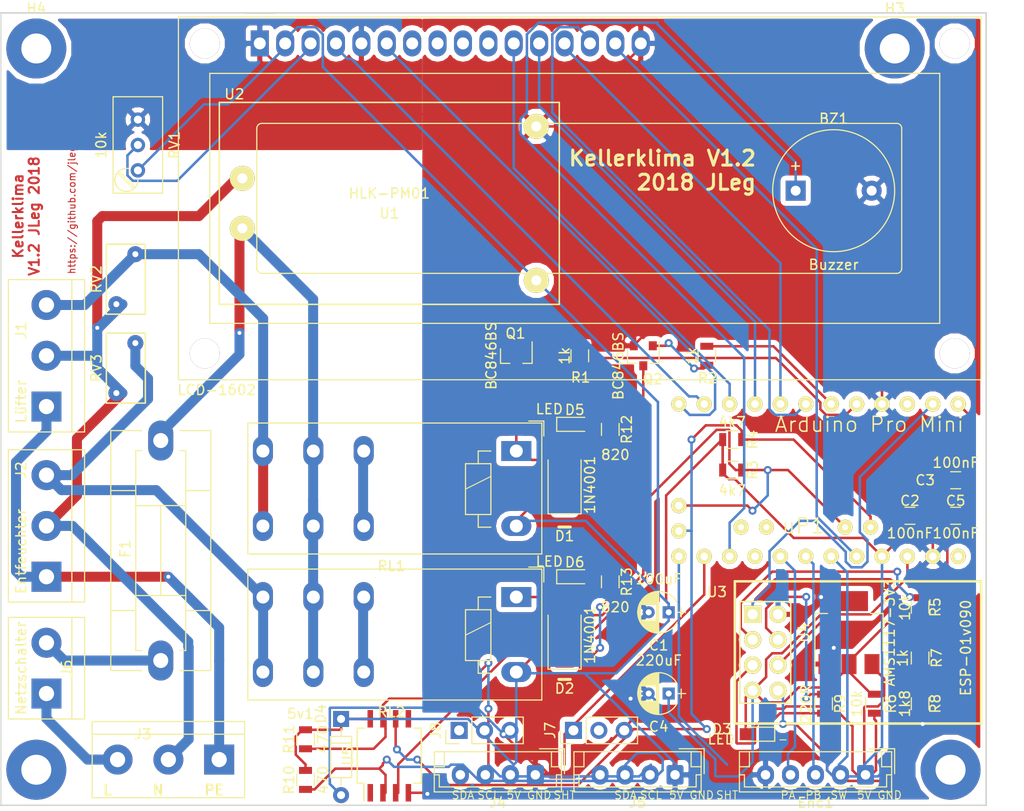
<source format=kicad_pcb>
(kicad_pcb (version 20171130) (host pcbnew "(5.0.2)-1")
  (layers (0 F.Cu signal) (31 B.Cu signal) (34 B.Paste user) (35 F.Paste user) (36 B.SilkS user) (37 F.SilkS user) (38 B.Mask user) (39 F.Mask user) (44 Edge.Cuts user))
  (net 0 "")
  (net 1 "Net-(F1-Pad2)")
  (net 2 +5V)
  (net 3 "Net-(D2-Pad2)")
  (net 4 "Net-(J2-Pad3)")
  (net 5 "Net-(J1-Pad3)")
  (net 6 "Net-(D1-Pad2)")
  (net 7 "Net-(J1-Pad2)")
  (net 8 GND)
  (net 9 "Net-(F1-Pad1)")
  (net 10 Earth)
  (net 11 "Net-(Q1-Pad1)")
  (net 12 "Net-(Q2-Pad1)")
  (net 13 "Net-(J4-Pad4)")
  (net 14 "Net-(R9-Pad1)")
  (net 15 "Net-(D3-Pad1)")
  (net 16 "Net-(R7-Pad2)")
  (net 17 "Net-(R1-Pad2)")
  (net 18 "Net-(C3-Pad1)")
  (net 19 "Net-(R5-Pad2)")
  (net 20 "Net-(R6-Pad2)")
  (net 21 "Net-(R7-Pad1)")
  (net 22 "Net-(R2-Pad1)")
  (net 23 "Net-(RV1-Pad2)")
  (net 24 "Net-(U3-Pad1)")
  (net 25 "Net-(U3-Pad6)")
  (net 26 "Net-(U2-Pad15)")
  (net 27 "Net-(U2-Pad14)")
  (net 28 "Net-(U2-Pad13)")
  (net 29 "Net-(U2-Pad12)")
  (net 30 "Net-(U2-Pad11)")
  (net 31 "Net-(U2-Pad10)")
  (net 32 "Net-(U2-Pad9)")
  (net 33 "Net-(U2-Pad8)")
  (net 34 "Net-(U2-Pad7)")
  (net 35 "Net-(U2-Pad6)")
  (net 36 "Net-(U2-Pad4)")
  (net 37 "Net-(BZ1-Pad1)")
  (net 38 "Net-(uP1-Pad9)")
  (net 39 "Net-(uP1-Pad19)")
  (net 40 "Net-(uP1-Pad27)")
  (net 41 "Net-(J3-Pad3)")
  (net 42 "Net-(RL1-Pad12)")
  (net 43 "Net-(RL2-Pad12)")
  (net 44 "Net-(U5-Pad1)")
  (net 45 "Net-(R3-Pad1)")
  (net 46 "Net-(R4-Pad1)")
  (net 47 "Net-(U5-Pad5)")
  (net 48 "Net-(Enc1-Pad3)")
  (net 49 "Net-(Enc1-Pad2)")
  (net 50 "Net-(Enc1-Pad1)")
  (net 51 "Net-(D5-Pad2)")
  (net 52 "Net-(D6-Pad2)")
  (net 53 "Net-(J7-Pad1)")
  (net 54 "Net-(J4-Pad3)")
  (net 55 "Net-(J7-Pad3)")
  (net 56 "Net-(J8-Pad3)")
  (net 57 "Net-(J5-Pad4)")
  (module Varistor:RV_Disc_D7mm_W3.9mm_P5mm (layer F.Cu) (at 64.77 53.34 270)
    (fp_text reference RV3 (at 2.5 3.9 270) (layer F.SilkS))
    (fp_text value 420V)
    (pad 2 thru_hole circle (at 5 1.9 270) (size 1.6 1.6) (drill 0.6) (layers *.Cu *.Mask) (net 7 "Net-(J1-Pad2)"))
    (pad 1 thru_hole circle (at 0 0 270) (size 1.6 1.6) (drill 0.6) (layers *.Cu *.Mask) (net 4 "Net-(J2-Pad3)"))
  )
  (module Varistor:RV_Disc_D7mm_W3.9mm_P5mm (layer F.Cu) (at 64.77 44.45 270)
    (fp_text reference RV2 (at 2.5 3.9 270) (layer F.SilkS))
    (fp_text value 420V)
    (pad 2 thru_hole circle (at 5 1.9 270) (size 1.6 1.6) (drill 0.6) (layers *.Cu *.Mask) (net 7 "Net-(J1-Pad2)"))
    (pad 1 thru_hole circle (at 0 0 270) (size 1.6 1.6) (drill 0.6) (layers *.Cu *.Mask) (net 5 "Net-(J1-Pad3)"))
  )
  (module Relay_THT:Relay_SPDT_Schrack-RT1-16A-FormC_RM5mm (layer F.Cu) (at 102.87 78.74 180)
    (fp_text reference RL2 (at 12.5 -11.5 180) (layer F.SilkS))
    (fp_text value G5Q-1)
    (pad 14 thru_hole oval (at 25.34 0) (size 2 3) (drill 1.3) (layers *.Cu *.Mask) (net 4 "Net-(J2-Pad3)"))
    (pad 11 thru_hole oval (at 20.3 -7.5) (size 2 3) (drill 1.3) (layers *.Cu *.Mask) (net 1 "Net-(F1-Pad2)"))
    (pad 12 thru_hole oval (at 15.26 0) (size 2 3) (drill 1.3) (layers *.Cu *.Mask) (net 43 "Net-(RL2-Pad12)"))
    (pad 12 thru_hole oval (at 15.26 -7.5) (size 2 3) (drill 1.3) (layers *.Cu *.Mask) (net 43 "Net-(RL2-Pad12)"))
    (pad 14 thru_hole oval (at 25.34 -7.5) (size 2 3) (drill 1.3) (layers *.Cu *.Mask) (net 4 "Net-(J2-Pad3)"))
    (pad 11 thru_hole oval (at 20.3 0) (size 2 3) (drill 1.3) (layers *.Cu *.Mask) (net 1 "Net-(F1-Pad2)"))
    (pad A1 thru_hole oval (at 0 -7.5) (size 3 2) (drill 1.3) (layers *.Cu *.Mask) (net 2 +5V))
    (pad A2 thru_hole rect (at 0 0) (size 3 2) (drill 1.3) (layers *.Cu *.Mask) (net 3 "Net-(D2-Pad2)"))
  )
  (module Relay_THT:Relay_SPDT_Schrack-RT1-16A-FormC_RM5mm (layer F.Cu) (at 102.87 64.135 180)
    (fp_text reference RL1 (at 12.5 -11.5 180) (layer F.SilkS))
    (fp_text value G5Q-1)
    (pad 14 thru_hole oval (at 25.34 0) (size 2 3) (drill 1.3) (layers *.Cu *.Mask) (net 5 "Net-(J1-Pad3)"))
    (pad 11 thru_hole oval (at 20.3 -7.5) (size 2 3) (drill 1.3) (layers *.Cu *.Mask) (net 1 "Net-(F1-Pad2)"))
    (pad 12 thru_hole oval (at 15.26 0) (size 2 3) (drill 1.3) (layers *.Cu *.Mask) (net 42 "Net-(RL1-Pad12)"))
    (pad 12 thru_hole oval (at 15.26 -7.5) (size 2 3) (drill 1.3) (layers *.Cu *.Mask) (net 42 "Net-(RL1-Pad12)"))
    (pad 14 thru_hole oval (at 25.34 -7.5) (size 2 3) (drill 1.3) (layers *.Cu *.Mask) (net 5 "Net-(J1-Pad3)"))
    (pad 11 thru_hole oval (at 20.3 0) (size 2 3) (drill 1.3) (layers *.Cu *.Mask) (net 1 "Net-(F1-Pad2)"))
    (pad A1 thru_hole oval (at 0 -7.5) (size 3 2) (drill 1.3) (layers *.Cu *.Mask) (net 2 +5V))
    (pad A2 thru_hole rect (at 0 0) (size 3 2) (drill 1.3) (layers *.Cu *.Mask) (net 6 "Net-(D1-Pad2)"))
  )
  (module Connector_JST:JST_EH_B04B-EH-A_1x04_P2.50mm_Vertical (layer F.Cu) (at 118.745 96.52 180)
    (fp_text reference J5 (at 3.75 -2.8 180) (layer F.SilkS))
    (fp_text value Sensor-1)
    (pad 4 thru_hole oval (at 7.5 0 180) (size 1.7 1.95) (drill 0.95) (layers *.Cu *.Mask) (net 57 "Net-(J5-Pad4)"))
    (pad 3 thru_hole oval (at 5 0 180) (size 1.7 1.95) (drill 0.95) (layers *.Cu *.Mask) (net 54 "Net-(J4-Pad3)"))
    (pad 2 thru_hole oval (at 2.5 0 180) (size 1.7 1.95) (drill 0.95) (layers *.Cu *.Mask) (net 2 +5V))
    (pad 1 thru_hole roundrect (at 0 0 180) (size 1.7 1.95) (drill 0.95) (layers *.Cu *.Mask) (roundrect_rratio 0.147059) (net 8 GND))
  )
  (module Connector_JST:JST_EH_B04B-EH-A_1x04_P2.50mm_Vertical (layer F.Cu) (at 104.775 96.52 180)
    (fp_text reference J4 (at 3.75 -2.8 180) (layer F.SilkS))
    (fp_text value Sensor-2)
    (pad 1 thru_hole roundrect (at 0 0 180) (size 1.7 1.95) (drill 0.95) (layers *.Cu *.Mask) (roundrect_rratio 0.147059) (net 8 GND))
    (pad 2 thru_hole oval (at 2.5 0 180) (size 1.7 1.95) (drill 0.95) (layers *.Cu *.Mask) (net 2 +5V))
    (pad 3 thru_hole oval (at 5 0 180) (size 1.7 1.95) (drill 0.95) (layers *.Cu *.Mask) (net 54 "Net-(J4-Pad3)"))
    (pad 4 thru_hole oval (at 7.5 0 180) (size 1.7 1.95) (drill 0.95) (layers *.Cu *.Mask) (net 13 "Net-(J4-Pad4)"))
  )
  (module Connector_JST:JST_EH_B05B-EH-A_1x05_P2.50mm_Vertical (layer F.Cu) (at 137.795 96.52 180)
    (fp_text reference Enc1 (at 5 -2.8 180) (layer F.SilkS))
    (fp_text value Rotary-Encoder)
    (pad 1 thru_hole roundrect (at 0 0 180) (size 1.7 1.95) (drill 0.95) (layers *.Cu *.Mask) (roundrect_rratio 0.147059) (net 50 "Net-(Enc1-Pad1)"))
    (pad 2 thru_hole oval (at 2.5 0 180) (size 1.7 1.95) (drill 0.95) (layers *.Cu *.Mask) (net 49 "Net-(Enc1-Pad2)"))
    (pad 3 thru_hole oval (at 5 0 180) (size 1.7 1.95) (drill 0.95) (layers *.Cu *.Mask) (net 48 "Net-(Enc1-Pad3)"))
    (pad 4 thru_hole oval (at 7.5 0 180) (size 1.7 1.95) (drill 0.95) (layers *.Cu *.Mask) (net 2 +5V))
    (pad 5 thru_hole oval (at 10 0 180) (size 1.7 1.95) (drill 0.95) (layers *.Cu *.Mask) (net 8 GND))
  )
  (module Connector_PinHeader_2.54mm:PinHeader_1x03_P2.54mm_Vertical (layer F.Cu) (at 97.155 92.075 90)
    (fp_text reference J8 (at 0 -2.33 90) (layer F.SilkS))
    (fp_text value SDA/DHT)
    (pad 3 thru_hole oval (at 0 5.08 90) (size 1.7 1.7) (drill 1) (layers *.Cu *.Mask) (net 56 "Net-(J8-Pad3)"))
    (pad 2 thru_hole oval (at 0 2.54 90) (size 1.7 1.7) (drill 1) (layers *.Cu *.Mask) (net 57 "Net-(J5-Pad4)"))
    (pad 1 thru_hole rect (at 0 0 90) (size 1.7 1.7) (drill 1) (layers *.Cu *.Mask) (net 53 "Net-(J7-Pad1)"))
  )
  (module Connector_PinHeader_2.54mm:PinHeader_1x03_P2.54mm_Vertical (layer F.Cu) (at 108.585 92.075 90)
    (fp_text reference J7 (at 0 -2.33 90) (layer F.SilkS))
    (fp_text value SDA/DHT)
    (pad 1 thru_hole rect (at 0 0 90) (size 1.7 1.7) (drill 1) (layers *.Cu *.Mask) (net 53 "Net-(J7-Pad1)"))
    (pad 2 thru_hole oval (at 0 2.54 90) (size 1.7 1.7) (drill 1) (layers *.Cu *.Mask) (net 13 "Net-(J4-Pad4)"))
    (pad 3 thru_hole oval (at 0 5.08 90) (size 1.7 1.7) (drill 1) (layers *.Cu *.Mask) (net 55 "Net-(J7-Pad3)"))
  )
  (module Package_SO:SO-8_5.3x6.2mm_P1.27mm (layer F.Cu) (at 90.17 94.615 90)
    (fp_text reference U5 (at 0 -4.13 90) (layer F.SilkS))
    (fp_text value P82B715D)
    (pad 8 smd rect (at 3.7 -1.905 90) (size 1.75 0.55) (layers F.Cu F.Paste F.Mask) (net 2 +5V))
    (pad 7 smd rect (at 3.7 -0.635 90) (size 1.75 0.55) (layers F.Cu F.Paste F.Mask) (net 53 "Net-(J7-Pad1)"))
    (pad 6 smd rect (at 3.7 0.635 90) (size 1.75 0.55) (layers F.Cu F.Paste F.Mask) (net 46 "Net-(R4-Pad1)"))
    (pad 5 smd rect (at 3.7 1.905 90) (size 1.75 0.55) (layers F.Cu F.Paste F.Mask) (net 47 "Net-(U5-Pad5)"))
    (pad 4 smd rect (at -3.7 1.905 90) (size 1.75 0.55) (layers F.Cu F.Paste F.Mask) (net 8 GND))
    (pad 3 smd rect (at -3.7 0.635 90) (size 1.75 0.55) (layers F.Cu F.Paste F.Mask) (net 45 "Net-(R3-Pad1)"))
    (pad 2 smd rect (at -3.7 -0.635 90) (size 1.75 0.55) (layers F.Cu F.Paste F.Mask) (net 54 "Net-(J4-Pad3)"))
    (pad 1 smd rect (at -3.7 -1.905 90) (size 1.75 0.55) (layers F.Cu F.Paste F.Mask) (net 44 "Net-(U5-Pad1)"))
  )
  (module LEDs:LED_0805 (layer F.Cu) (at 108.712 61.468)
    (fp_text reference D5 (at 0 -1.45) (layer F.SilkS))
    (fp_text value LED (at -2.54 -1.524) (layer F.SilkS))
    (pad 2 smd rect (at 1.1 0 180) (size 1.2 1.2) (layers F.Cu F.Paste F.Mask) (net 51 "Net-(D5-Pad2)"))
    (pad 1 smd rect (at -1.1 0 180) (size 1.2 1.2) (layers F.Cu F.Paste F.Mask) (net 6 "Net-(D1-Pad2)"))
  )
  (module LEDs:LED_0805 (layer F.Cu) (at 108.712 76.708)
    (fp_text reference D6 (at 0 -1.45) (layer F.SilkS))
    (fp_text value LED (at -2.54 -1.524) (layer F.SilkS))
    (pad 1 smd rect (at -1.1 0 180) (size 1.2 1.2) (layers F.Cu F.Paste F.Mask) (net 3 "Net-(D2-Pad2)"))
    (pad 2 smd rect (at 1.1 0 180) (size 1.2 1.2) (layers F.Cu F.Paste F.Mask) (net 52 "Net-(D6-Pad2)"))
  )
  (module Resistors_SMD:R_0805 (layer F.Cu) (at 112.268 77.216 270)
    (fp_text reference R13 (at 0 -1.65 270) (layer F.SilkS))
    (fp_text value 820 (at 2.54 -0.508) (layer F.SilkS))
    (pad 1 smd rect (at -0.95 0 270) (size 0.7 1.3) (layers F.Cu F.Paste F.Mask) (net 52 "Net-(D6-Pad2)"))
    (pad 2 smd rect (at 0.95 0 270) (size 0.7 1.3) (layers F.Cu F.Paste F.Mask) (net 2 +5V))
  )
  (module Resistors_SMD:R_0805 (layer F.Cu) (at 112.268 61.976 270)
    (fp_text reference R12 (at 0 -1.65 270) (layer F.SilkS))
    (fp_text value 820 (at 2.54 -0.508) (layer F.SilkS))
    (pad 2 smd rect (at 0.95 0 270) (size 0.7 1.3) (layers F.Cu F.Paste F.Mask) (net 2 +5V))
    (pad 1 smd rect (at -0.95 0 270) (size 0.7 1.3) (layers F.Cu F.Paste F.Mask) (net 51 "Net-(D5-Pad2)"))
  )
  (module ArduinoProMiniUniversal:ArduProMiniUni-6 (layer F.Cu) (at 153.416 56.896 270)
    (fp_text reference uP1 (at 14.732 21.844 180) (layer F.SilkS) (effects (font (size 1.5 1.5))))
    (fp_text value "Arduino Pro Mini" (at 4.572 15.24 180) (layer F.SilkS) (effects (font (size 1.5 1.5))))
    (pad 37 thru_hole circle (at 12.7 34.29 270) (size 1.524 1.524) (drill 0.762) (layers *.Cu *.Mask F.SilkS))
    (pad 36 thru_hole circle (at 15.24 34.29 270) (size 1.524 1.524) (drill 0.762) (layers *.Cu *.Mask F.SilkS))
    (pad 35 thru_hole circle (at 14.859 28.067 270) (size 1.5 1.5) (drill 0.6) (layers *.Cu *.Mask F.SilkS))
    (pad 34 thru_hole circle (at 14.859 25.527 270) (size 1.5 1.5) (drill 0.6) (layers *.Cu *.Mask F.SilkS))
    (pad 32 thru_hole circle (at 14.859 17.653 270) (size 1.5 1.5) (drill 0.6) (layers *.Cu *.Mask F.SilkS) (net 45 "Net-(R3-Pad1)"))
    (pad 31 thru_hole circle (at 14.859 15.113 270) (size 1.5 1.5) (drill 0.6) (layers *.Cu *.Mask F.SilkS) (net 46 "Net-(R4-Pad1)"))
    (pad 30 thru_hole circle (at 17.78 34.29 270) (size 1.524 1.524) (drill 0.762) (layers *.Cu *.Mask F.SilkS) (net 56 "Net-(J8-Pad3)"))
    (pad 29 thru_hole circle (at 17.78 31.75 270) (size 1.524 1.524) (drill 0.762) (layers *.Cu *.Mask F.SilkS) (net 55 "Net-(J7-Pad3)"))
    (pad 28 thru_hole circle (at 17.78 29.21 270) (size 1.524 1.524) (drill 0.762) (layers *.Cu *.Mask F.SilkS) (net 37 "Net-(BZ1-Pad1)"))
    (pad 27 thru_hole circle (at 17.78 26.67 270) (size 1.524 1.524) (drill 0.762) (layers *.Cu *.Mask F.SilkS) (net 40 "Net-(uP1-Pad27)"))
    (pad 26 thru_hole circle (at 17.78 24.13 270) (size 1.524 1.524) (drill 0.762) (layers *.Cu *.Mask F.SilkS) (net 50 "Net-(Enc1-Pad1)"))
    (pad 25 thru_hole circle (at 17.78 21.59 270) (size 1.524 1.524) (drill 0.762) (layers *.Cu *.Mask F.SilkS) (net 49 "Net-(Enc1-Pad2)"))
    (pad 24 thru_hole circle (at 17.78 19.05 270) (size 1.524 1.524) (drill 0.762) (layers *.Cu *.Mask F.SilkS) (net 48 "Net-(Enc1-Pad3)"))
    (pad 23 thru_hole circle (at 17.78 16.51 270) (size 1.524 1.524) (drill 0.762) (layers *.Cu *.Mask F.SilkS) (net 26 "Net-(U2-Pad15)"))
    (pad 22 thru_hole circle (at 17.78 13.97 270) (size 1.524 1.524) (drill 0.762) (layers *.Cu *.Mask F.SilkS) (net 2 +5V))
    (pad 21 thru_hole circle (at 17.78 11.43 270) (size 1.524 1.524) (drill 0.762) (layers *.Cu *.Mask F.SilkS) (net 25 "Net-(U3-Pad6)"))
    (pad 20 thru_hole circle (at 17.78 8.89 270) (size 1.524 1.524) (drill 0.762) (layers *.Cu *.Mask F.SilkS) (net 8 GND))
    (pad 19 thru_hole circle (at 17.78 6.35 270) (size 1.524 1.524) (drill 0.762) (layers *.Cu *.Mask F.SilkS) (net 39 "Net-(uP1-Pad19)"))
    (pad 18 thru_hole circle (at 2.54 34.29 270) (size 1.524 1.524) (drill 0.762) (layers *.Cu *.Mask F.SilkS) (net 35 "Net-(U2-Pad6)"))
    (pad 17 thru_hole circle (at 2.54 31.75 270) (size 1.524 1.524) (drill 0.762) (layers *.Cu *.Mask F.SilkS) (net 36 "Net-(U2-Pad4)"))
    (pad 16 thru_hole circle (at 2.54 29.21 270) (size 1.524 1.524) (drill 0.762) (layers *.Cu *.Mask F.SilkS) (net 30 "Net-(U2-Pad11)"))
    (pad 15 thru_hole circle (at 2.54 26.67 270) (size 1.524 1.524) (drill 0.762) (layers *.Cu *.Mask F.SilkS) (net 29 "Net-(U2-Pad12)"))
    (pad 14 thru_hole circle (at 2.54 24.13 270) (size 1.524 1.524) (drill 0.762) (layers *.Cu *.Mask F.SilkS) (net 28 "Net-(U2-Pad13)"))
    (pad 13 thru_hole circle (at 2.54 21.59 270) (size 1.524 1.524) (drill 0.762) (layers *.Cu *.Mask F.SilkS) (net 27 "Net-(U2-Pad14)"))
    (pad 12 thru_hole circle (at 2.54 19.05 270) (size 1.524 1.524) (drill 0.762) (layers *.Cu *.Mask F.SilkS) (net 22 "Net-(R2-Pad1)"))
    (pad 11 thru_hole circle (at 2.54 16.51 270) (size 1.524 1.524) (drill 0.762) (layers *.Cu *.Mask F.SilkS) (net 17 "Net-(R1-Pad2)"))
    (pad 10 thru_hole circle (at 2.54 13.97 270) (size 1.524 1.524) (drill 0.762) (layers *.Cu *.Mask F.SilkS) (net 8 GND))
    (pad 9 thru_hole circle (at 2.54 11.43 270) (size 1.524 1.524) (drill 0.762) (layers *.Cu *.Mask F.SilkS) (net 38 "Net-(uP1-Pad9)"))
    (pad 8 thru_hole circle (at 2.54 8.89 270) (size 1.524 1.524) (drill 0.762) (layers *.Cu *.Mask F.SilkS) (net 24 "Net-(U3-Pad1)"))
    (pad 7 thru_hole circle (at 2.54 6.35 270) (size 1.524 1.524) (drill 0.762) (layers *.Cu *.Mask F.SilkS) (net 21 "Net-(R7-Pad1)"))
  )
  (module Buzzers_Beepers:Buzzer_12x9.5RM7.6 (layer F.Cu) (at 130.81 38.1)
    (fp_text reference BZ1 (at 3.8 -7.2) (layer F.SilkS))
    (fp_text value Buzzer (at 3.8 7.4) (layer F.SilkS))
    (fp_text user + (at -0.01 -2.54) (layer F.SilkS))
    (pad 2 thru_hole circle (at 7.6 0) (size 2 2) (drill 1) (layers *.Cu *.Mask) (net 8 GND))
    (pad 1 thru_hole rect (at 0 0) (size 2 2) (drill 1) (layers *.Cu *.Mask) (net 37 "Net-(BZ1-Pad1)"))
  )
  (module TO_SOT_Packages_SMD:SOT-223-3_TabPin2 (layer F.Cu) (at 136.144 82.296 90)
    (fp_text reference U4 (at 0 -4.5 90) (layer F.SilkS))
    (fp_text value AMS1117-3V3 (at 0 4.064 90) (layer F.SilkS))
    (pad 1 smd rect (at -3.15 -2.3 90) (size 2 1.5) (layers F.Cu F.Paste F.Mask) (net 8 GND))
    (pad 3 smd rect (at -3.15 2.3 90) (size 2 1.5) (layers F.Cu F.Paste F.Mask) (net 2 +5V))
    (pad 2 smd rect (at -3.15 0 90) (size 2 1.5) (layers F.Cu F.Paste F.Mask) (net 18 "Net-(C3-Pad1)"))
    (pad 2 smd rect (at 3.15 0 90) (size 2 3.8) (layers F.Cu F.Paste F.Mask) (net 18 "Net-(C3-Pad1)"))
  )
  (module Displays:WC1602A (layer F.Cu) (at 77.216 23.368)
    (fp_text reference U2 (at -2.54 5.08) (layer F.SilkS))
    (fp_text value LCD-1602 (at -4.31 34.66) (layer F.SilkS))
    (pad "" thru_hole circle (at 69.5 0) (size 3 3) (drill 3) (layers *.Cu *.Mask))
    (pad "" thru_hole circle (at 69.49948 31.0007) (size 3 3) (drill 3) (layers *.Cu *.Mask))
    (pad "" thru_hole circle (at -5.4991 31.0007) (size 3 3) (drill 3) (layers *.Cu *.Mask))
    (pad "" thru_hole circle (at -5.4991 0) (size 3 3) (drill 3) (layers *.Cu *.Mask))
    (pad 16 thru_hole oval (at 38.1 0) (size 1.8 2.6) (drill 1.2) (layers *.Cu *.Mask) (net 8 GND))
    (pad 15 thru_hole oval (at 35.56 0) (size 1.8 2.6) (drill 1.2) (layers *.Cu *.Mask) (net 26 "Net-(U2-Pad15)"))
    (pad 14 thru_hole oval (at 33.02 0) (size 1.8 2.6) (drill 1.2) (layers *.Cu *.Mask) (net 27 "Net-(U2-Pad14)"))
    (pad 13 thru_hole oval (at 30.48 0) (size 1.8 2.6) (drill 1.2) (layers *.Cu *.Mask) (net 28 "Net-(U2-Pad13)"))
    (pad 12 thru_hole oval (at 27.94 0) (size 1.8 2.6) (drill 1.2) (layers *.Cu *.Mask) (net 29 "Net-(U2-Pad12)"))
    (pad 11 thru_hole oval (at 25.4 0) (size 1.8 2.6) (drill 1.2) (layers *.Cu *.Mask) (net 30 "Net-(U2-Pad11)"))
    (pad 10 thru_hole oval (at 22.86 0) (size 1.8 2.6) (drill 1.2) (layers *.Cu *.Mask) (net 31 "Net-(U2-Pad10)"))
    (pad 9 thru_hole oval (at 20.32 0) (size 1.8 2.6) (drill 1.2) (layers *.Cu *.Mask) (net 32 "Net-(U2-Pad9)"))
    (pad 8 thru_hole oval (at 17.78 0) (size 1.8 2.6) (drill 1.2) (layers *.Cu *.Mask) (net 33 "Net-(U2-Pad8)"))
    (pad 7 thru_hole oval (at 15.24 0) (size 1.8 2.6) (drill 1.2) (layers *.Cu *.Mask) (net 34 "Net-(U2-Pad7)"))
    (pad 6 thru_hole oval (at 12.7 0) (size 1.8 2.6) (drill 1.2) (layers *.Cu *.Mask) (net 35 "Net-(U2-Pad6)"))
    (pad 5 thru_hole oval (at 10.16 0) (size 1.8 2.6) (drill 1.2) (layers *.Cu *.Mask) (net 8 GND))
    (pad 4 thru_hole oval (at 7.62 0) (size 1.8 2.6) (drill 1.2) (layers *.Cu *.Mask) (net 36 "Net-(U2-Pad4)"))
    (pad 3 thru_hole oval (at 5.08 0) (size 1.8 2.6) (drill 1.2) (layers *.Cu *.Mask) (net 23 "Net-(RV1-Pad2)"))
    (pad 2 thru_hole oval (at 2.54 0) (size 1.8 2.6) (drill 1.2) (layers *.Cu *.Mask) (net 2 +5V))
    (pad 1 thru_hole rect (at 0 0) (size 1.8 2.6) (drill 1.2) (layers *.Cu *.Mask) (net 8 GND))
  )
  (module Diodes_THT:D_DO-35_SOD27_P7.62mm_Horizontal (layer F.Cu) (at 85.344 90.932 270)
    (fp_text reference D4 (at -0.508 2.032 270) (layer F.SilkS))
    (fp_text value 5v1 (at -0.508 4.064) (layer F.SilkS))
    (pad 2 thru_hole oval (at 7.62 0 270) (size 1.6 1.6) (drill 0.8) (layers *.Cu *.Mask) (net 8 GND))
    (pad 1 thru_hole rect (at 0 0 270) (size 1.6 1.6) (drill 0.8) (layers *.Cu *.Mask) (net 2 +5V))
  )
  (module Potentiometers:Potentiometer_Trimmer_Bourns_3296W (layer F.Cu) (at 65.024 36.068 270)
    (fp_text reference RV1 (at -2.54 -3.66 270) (layer F.SilkS))
    (fp_text value 10k (at -2.54 3.67 270) (layer F.SilkS))
    (pad 3 thru_hole circle (at -5.08 0 270) (size 1.44 1.44) (drill 0.8) (layers *.Cu *.Mask) (net 8 GND))
    (pad 2 thru_hole circle (at -2.54 0 270) (size 1.44 1.44) (drill 0.8) (layers *.Cu *.Mask) (net 23 "Net-(RV1-Pad2)"))
    (pad 1 thru_hole circle (at 0 0 270) (size 1.44 1.44) (drill 0.8) (layers *.Cu *.Mask) (net 2 +5V))
  )
  (module Resistors_SMD:R_0805 (layer F.Cu) (at 81.788 92.964 90)
    (fp_text reference R11 (at 0 -1.65 90) (layer F.SilkS))
    (fp_text value 470 (at 0 1.75 90) (layer F.SilkS))
    (pad 1 smd rect (at -0.95 0 90) (size 0.7 1.3) (layers F.Cu F.Paste F.Mask) (net 53 "Net-(J7-Pad1)"))
    (pad 2 smd rect (at 0.95 0 90) (size 0.7 1.3) (layers F.Cu F.Paste F.Mask) (net 2 +5V))
  )
  (module Resistors_SMD:R_0805 (layer F.Cu) (at 81.788 97.028 90)
    (fp_text reference R10 (at 0 -1.65 90) (layer F.SilkS))
    (fp_text value 470 (at 0 1.75 90) (layer F.SilkS))
    (pad 2 smd rect (at 0.95 0 90) (size 0.7 1.3) (layers F.Cu F.Paste F.Mask) (net 2 +5V))
    (pad 1 smd rect (at -0.95 0 90) (size 0.7 1.3) (layers F.Cu F.Paste F.Mask) (net 54 "Net-(J4-Pad3)"))
  )
  (module makerlab:HLK-PM01 (layer F.Cu) (at 90.17 39.37)
    (fp_text reference U1 (at 0 1) (layer F.SilkS))
    (fp_text value HLK-PM01 (at 0 -1) (layer F.SilkS))
    (pad 1 thru_hole circle (at -14.7 -2.5) (size 2.5 2.5) (drill 1) (layers *.Cu *.Mask F.SilkS) (net 7 "Net-(J1-Pad2)"))
    (pad 2 thru_hole circle (at -14.7 2.5) (size 2.5 2.5) (drill 1) (layers *.Cu *.Mask F.SilkS) (net 1 "Net-(F1-Pad2)"))
    (pad 3 thru_hole circle (at 14.7 -7.7) (size 2.5 2.5) (drill 1) (layers *.Cu *.Mask F.SilkS) (net 8 GND))
    (pad 4 thru_hole circle (at 14.7 7.7) (size 2.5 2.5) (drill 1) (layers *.Cu *.Mask F.SilkS) (net 2 +5V))
  )
  (module Mounting_Holes:MountingHole_3mm (layer F.Cu) (at 146.304 96.012)
    (fp_text reference H2 hide)
    (fp_text value Hole hide)
    (pad "" np_thru_hole circle (at 0 0) (size 6 6) (drill 3) (layers *.Cu *.Mask))
  )
  (module Mounting_Holes:MountingHole_3mm (layer F.Cu) (at 140.716 23.876)
    (fp_text reference H3 (at 0 -4) (layer F.SilkS))
    (fp_text value Hole hide)
    (pad "" np_thru_hole circle (at 0 0) (size 6 6) (drill 3) (layers *.Cu *.Mask))
  )
  (module Mounting_Holes:MountingHole_3mm (layer F.Cu) (at 54.864 23.876)
    (fp_text reference H4 (at 0 -4) (layer F.SilkS))
    (fp_text value Hole hide)
    (pad "" np_thru_hole circle (at 0 0) (size 6 6) (drill 3) (layers *.Cu *.Mask))
  )
  (module Mounting_Holes:MountingHole_3mm_Pad (layer F.Cu) (at 54.864 96.012)
    (fp_text reference H1 hide)
    (fp_text value Hole hide)
    (pad "" np_thru_hole circle (at 0 0) (size 6 6) (drill 3) (layers *.Cu *.Mask))
  )
  (module TerminalBlock:TerminalBlock_bornier-2_P5.08mm (layer F.Cu) (at 55.88 88.392 90)
    (fp_text reference J6 (at 2.54 2.032 90) (layer F.SilkS))
    (fp_text value Netzschalter (at 2.54 -2.54 90) (layer F.SilkS))
    (pad 2 thru_hole circle (at 5.08 0 90) (size 3 3) (drill 1.52) (layers *.Cu *.Mask) (net 9 "Net-(F1-Pad1)") (clearance 1))
    (pad 1 thru_hole rect (at 0 0 90) (size 3 3) (drill 1.52) (layers *.Cu *.Mask) (net 41 "Net-(J3-Pad3)") (clearance 1))
  )
  (module Capacitors_THT:CP_Radial_D4.0mm_P2.00mm (layer F.Cu) (at 118.11 88.392 180)
    (fp_text reference C4 (at 1 -3.31 180) (layer F.SilkS))
    (fp_text value 220uF (at 1 3.31 180) (layer F.SilkS))
    (pad 1 thru_hole rect (at 0 0 180) (size 1.2 1.2) (drill 0.6) (layers *.Cu *.Mask) (net 18 "Net-(C3-Pad1)"))
    (pad 2 thru_hole circle (at 2 0 180) (size 1.2 1.2) (drill 0.6) (layers *.Cu *.Mask) (net 8 GND))
  )
  (module Capacitors_THT:CP_Radial_D4.0mm_P2.00mm (layer F.Cu) (at 118.11 80.264 180)
    (fp_text reference C1 (at 1 -3.31 180) (layer F.SilkS))
    (fp_text value 100uF (at 1 3.31 180) (layer F.SilkS))
    (pad 2 thru_hole circle (at 2 0 180) (size 1.2 1.2) (drill 0.6) (layers *.Cu *.Mask) (net 8 GND))
    (pad 1 thru_hole rect (at 0 0 180) (size 1.2 1.2) (drill 0.6) (layers *.Cu *.Mask) (net 2 +5V))
  )
  (module LEDs:LED_0805 (layer F.Cu) (at 126.916 92.456 180)
    (fp_text reference D3 (at 3.472 0.508 180) (layer F.SilkS))
    (fp_text value LED (at 3.556 -0.508 180) (layer F.SilkS))
    (pad 1 smd rect (at -1.1 0) (size 1.2 1.2) (layers F.Cu F.Paste F.Mask) (net 15 "Net-(D3-Pad1)"))
    (pad 2 smd rect (at 1.1 0) (size 1.2 1.2) (layers F.Cu F.Paste F.Mask) (net 18 "Net-(C3-Pad1)"))
  )
  (module Capacitors_SMD:C_0805 (layer F.Cu) (at 142.24 70.612)
    (fp_text reference C2 (at 0 -1.5) (layer F.SilkS))
    (fp_text value 100nF (at 0 1.75) (layer F.SilkS))
    (pad 2 smd rect (at 1 0) (size 1 1.25) (layers F.Cu F.Paste F.Mask) (net 8 GND))
    (pad 1 smd rect (at -1 0) (size 1 1.25) (layers F.Cu F.Paste F.Mask) (net 2 +5V))
  )
  (module Capacitors_SMD:C_0805 (layer F.Cu) (at 146.812 67.056 180)
    (fp_text reference C3 (at 3.048 0 180) (layer F.SilkS))
    (fp_text value 100nF (at 0 1.75 180) (layer F.SilkS))
    (pad 1 smd rect (at -1 0 180) (size 1 1.25) (layers F.Cu F.Paste F.Mask) (net 18 "Net-(C3-Pad1)"))
    (pad 2 smd rect (at 1 0 180) (size 1 1.25) (layers F.Cu F.Paste F.Mask) (net 8 GND))
  )
  (module Capacitors_SMD:C_0805 (layer F.Cu) (at 146.812 70.612)
    (fp_text reference C5 (at 0 -1.5) (layer F.SilkS))
    (fp_text value 100nF (at 0 1.75) (layer F.SilkS))
    (pad 2 smd rect (at 1 0) (size 1 1.25) (layers F.Cu F.Paste F.Mask) (net 18 "Net-(C3-Pad1)"))
    (pad 1 smd rect (at -1 0) (size 1 1.25) (layers F.Cu F.Paste F.Mask) (net 8 GND))
  )
  (module Diodes_SMD:D_SMA (layer F.Cu) (at 107.696 82.55 90)
    (fp_text reference D2 (at -5.334 0) (layer F.SilkS))
    (fp_text value 1N4001 (at 0.032 2.54 90) (layer F.SilkS))
    (pad 1 smd rect (at -2 0 90) (size 2.5 1.8) (layers F.Cu F.Paste F.Mask) (net 2 +5V))
    (pad 2 smd rect (at 2 0 90) (size 2.5 1.8) (layers F.Cu F.Paste F.Mask) (net 3 "Net-(D2-Pad2)"))
  )
  (module Diodes_SMD:D_SMA (layer F.Cu) (at 107.696 67.024 90)
    (fp_text reference D1 (at -5.62 0) (layer F.SilkS))
    (fp_text value 1N4001 (at -0.508 2.54 90) (layer F.SilkS))
    (pad 2 smd rect (at 2 0 90) (size 2.5 1.8) (layers F.Cu F.Paste F.Mask) (net 6 "Net-(D1-Pad2)"))
    (pad 1 smd rect (at -2 0 90) (size 2.5 1.8) (layers F.Cu F.Paste F.Mask) (net 2 +5V))
  )
  (module ESP8266:ESP-01 (layer F.Cu) (at 126.504633 80.469818)
    (fp_text reference U3 (at -3.568633 -2.237818) (layer F.SilkS))
    (fp_text value ESP-01v090 (at 21.323367 3.350182 90) (layer F.SilkS))
    (pad 1 thru_hole rect (at 0 0) (size 1.7272 1.7272) (drill 1.016) (layers *.Cu *.Mask F.SilkS) (net 24 "Net-(U3-Pad1)"))
    (pad 2 thru_hole oval (at 2.54 0) (size 1.7272 1.7272) (drill 1.016) (layers *.Cu *.Mask F.SilkS) (net 8 GND))
    (pad 3 thru_hole oval (at 0 2.54) (size 1.7272 1.7272) (drill 1.016) (layers *.Cu *.Mask F.SilkS) (net 19 "Net-(R5-Pad2)"))
    (pad 4 thru_hole oval (at 2.54 2.54) (size 1.7272 1.7272) (drill 1.016) (layers *.Cu *.Mask F.SilkS) (net 14 "Net-(R9-Pad1)"))
    (pad 5 thru_hole oval (at 0 5.08) (size 1.7272 1.7272) (drill 1.016) (layers *.Cu *.Mask F.SilkS) (net 20 "Net-(R6-Pad2)"))
    (pad 6 thru_hole oval (at 2.54 5.08) (size 1.7272 1.7272) (drill 1.016) (layers *.Cu *.Mask F.SilkS) (net 25 "Net-(U3-Pad6)"))
    (pad 7 thru_hole oval (at 0 7.62) (size 1.7272 1.7272) (drill 1.016) (layers *.Cu *.Mask F.SilkS) (net 18 "Net-(C3-Pad1)"))
    (pad 8 thru_hole oval (at 2.54 7.62) (size 1.7272 1.7272) (drill 1.016) (layers *.Cu *.Mask F.SilkS) (net 16 "Net-(R7-Pad2)"))
  )
  (module Fuse_Holders_and_Fuses:Fuseholder5x20_horiz_SemiClosed_Casing10x25mm (layer F.Cu) (at 67.31 85.09 90)
    (fp_text reference F1 (at 11.176 -3.556 90) (layer F.SilkS))
    (fp_text value Fuse)
    (pad 1 thru_hole oval (at 0 0) (size 2.5 4) (drill 1.5) (layers *.Cu *.Mask) (net 9 "Net-(F1-Pad1)") (clearance 1))
    (pad 2 thru_hole oval (at 22 0) (size 2.5 4) (drill 1.5) (layers *.Cu *.Mask) (net 1 "Net-(F1-Pad2)") (clearance 1))
  )
  (module Resistors_SMD:R_0805 (layer F.Cu) (at 121.92 54.61 270)
    (fp_text reference R2 (at 2.234903 -0.083509 180) (layer F.SilkS))
    (fp_text value 1k (at 0 1.524 90) (layer F.SilkS))
    (pad 1 smd rect (at -0.95 0 270) (size 0.7 1.3) (layers F.Cu F.Paste F.Mask) (net 22 "Net-(R2-Pad1)"))
    (pad 2 smd rect (at 0.95 0 270) (size 0.7 1.3) (layers F.Cu F.Paste F.Mask) (net 12 "Net-(Q2-Pad1)"))
  )
  (module Resistors_SMD:R_0805 (layer F.Cu) (at 143.256 84.836 270)
    (fp_text reference R7 (at 0 -1.65 270) (layer F.SilkS))
    (fp_text value 1k (at 0 1.75 270) (layer F.SilkS))
    (pad 1 smd rect (at -0.95 0 270) (size 0.7 1.3) (layers F.Cu F.Paste F.Mask) (net 21 "Net-(R7-Pad1)"))
    (pad 2 smd rect (at 0.95 0 270) (size 0.7 1.3) (layers F.Cu F.Paste F.Mask) (net 16 "Net-(R7-Pad2)"))
  )
  (module Resistors_SMD:R_0805 (layer F.Cu) (at 138.684 89.408 270)
    (fp_text reference R6 (at 0 -1.65 270) (layer F.SilkS))
    (fp_text value 10k (at 0 1.75 270) (layer F.SilkS))
    (pad 2 smd rect (at 0.95 0 270) (size 0.7 1.3) (layers F.Cu F.Paste F.Mask) (net 20 "Net-(R6-Pad2)"))
    (pad 1 smd rect (at -0.95 0 270) (size 0.7 1.3) (layers F.Cu F.Paste F.Mask) (net 18 "Net-(C3-Pad1)"))
  )
  (module Resistors_SMD:R_0805 (layer F.Cu) (at 143.256 79.756 90)
    (fp_text reference R5 (at 0 1.524 90) (layer F.SilkS))
    (fp_text value 10k (at 0 -1.524 90) (layer F.SilkS))
    (pad 1 smd rect (at -0.95 0 90) (size 0.7 1.3) (layers F.Cu F.Paste F.Mask) (net 18 "Net-(C3-Pad1)"))
    (pad 2 smd rect (at 0.95 0 90) (size 0.7 1.3) (layers F.Cu F.Paste F.Mask) (net 19 "Net-(R5-Pad2)"))
  )
  (module Resistors_SMD:R_0805 (layer F.Cu) (at 124.46 62.992 180)
    (fp_text reference R4 (at -2.032 0 90) (layer F.SilkS))
    (fp_text value 4k7 (at 0 1.75 180) (layer F.SilkS))
    (pad 1 smd rect (at -0.95 0 180) (size 0.7 1.3) (layers F.Cu F.Paste F.Mask) (net 46 "Net-(R4-Pad1)"))
    (pad 2 smd rect (at 0.95 0 180) (size 0.7 1.3) (layers F.Cu F.Paste F.Mask) (net 2 +5V))
  )
  (module Resistors_SMD:R_0805 (layer F.Cu) (at 109.22 54.61 90)
    (fp_text reference R1 (at -2.168903 0.083509) (layer F.SilkS))
    (fp_text value 1k (at 0 -1.524 90) (layer F.SilkS))
    (pad 2 smd rect (at 0.95 0 90) (size 0.7 1.3) (layers F.Cu F.Paste F.Mask) (net 17 "Net-(R1-Pad2)"))
    (pad 1 smd rect (at -0.95 0 90) (size 0.7 1.3) (layers F.Cu F.Paste F.Mask) (net 11 "Net-(Q1-Pad1)"))
  )
  (module Resistors_SMD:R_0805 (layer F.Cu) (at 143.256 89.408 90)
    (fp_text reference R8 (at 0 1.524 90) (layer F.SilkS))
    (fp_text value 1k8 (at 0 -1.524 90) (layer F.SilkS))
    (pad 2 smd rect (at 0.95 0 90) (size 0.7 1.3) (layers F.Cu F.Paste F.Mask) (net 16 "Net-(R7-Pad2)"))
    (pad 1 smd rect (at -0.95 0 90) (size 0.7 1.3) (layers F.Cu F.Paste F.Mask) (net 8 GND))
  )
  (module Resistors_SMD:R_0805 (layer F.Cu) (at 133.604 89.408 270)
    (fp_text reference R9 (at 0 -1.65 270) (layer F.SilkS))
    (fp_text value 220R (at 0 1.75 270) (layer F.SilkS))
    (pad 1 smd rect (at -0.95 0 270) (size 0.7 1.3) (layers F.Cu F.Paste F.Mask) (net 14 "Net-(R9-Pad1)"))
    (pad 2 smd rect (at 0.95 0 270) (size 0.7 1.3) (layers F.Cu F.Paste F.Mask) (net 15 "Net-(D3-Pad1)"))
  )
  (module Resistors_SMD:R_0805 (layer F.Cu) (at 124.46 66.04 180)
    (fp_text reference R3 (at -2.032 0 90) (layer F.SilkS))
    (fp_text value 4k7 (at 0 -2.032 180) (layer F.SilkS))
    (pad 1 smd rect (at -0.95 0 180) (size 0.7 1.3) (layers F.Cu F.Paste F.Mask) (net 45 "Net-(R3-Pad1)"))
    (pad 2 smd rect (at 0.95 0 180) (size 0.7 1.3) (layers F.Cu F.Paste F.Mask) (net 2 +5V))
  )
  (module TO_SOT_Packages_SMD:SOT-23 (layer F.Cu) (at 115.57 54.61 270)
    (fp_text reference Q2 (at 2.337097 -0.932491 180) (layer F.SilkS))
    (fp_text value BC846BS (at 1.016 2.5 270) (layer F.SilkS))
    (pad 3 smd rect (at 1 0 270) (size 0.9 0.8) (layers F.Cu F.Paste F.Mask) (net 3 "Net-(D2-Pad2)"))
    (pad 2 smd rect (at -1 0.95 270) (size 0.9 0.8) (layers F.Cu F.Paste F.Mask) (net 8 GND))
    (pad 1 smd rect (at -1 -0.95 270) (size 0.9 0.8) (layers F.Cu F.Paste F.Mask) (net 12 "Net-(Q2-Pad1)"))
  )
  (module TO_SOT_Packages_SMD:SOT-23 (layer F.Cu) (at 102.87 54.61 270)
    (fp_text reference Q1 (at -2.234903 0.083509 180) (layer F.SilkS))
    (fp_text value BC846BS (at 0 2.5 270) (layer F.SilkS))
    (pad 1 smd rect (at -1 -0.95 270) (size 0.9 0.8) (layers F.Cu F.Paste F.Mask) (net 11 "Net-(Q1-Pad1)"))
    (pad 2 smd rect (at -1 0.95 270) (size 0.9 0.8) (layers F.Cu F.Paste F.Mask) (net 8 GND))
    (pad 3 smd rect (at 1 0 270) (size 0.9 0.8) (layers F.Cu F.Paste F.Mask) (net 6 "Net-(D1-Pad2)"))
  )
  (module TerminalBlock:TerminalBlock_bornier-3_P5.08mm (layer F.Cu) (at 55.88 59.69 90)
    (fp_text reference J1 (at 7.62 -2.54 90) (layer F.SilkS))
    (fp_text value Lüfter (at 0.508 -2.54 90) (layer F.SilkS))
    (pad 3 thru_hole circle (at 10.16 0 90) (size 3 3) (drill 1.52) (layers *.Cu *.Mask) (net 5 "Net-(J1-Pad3)") (clearance 1))
    (pad 2 thru_hole circle (at 5.08 0 90) (size 3 3) (drill 1.52) (layers *.Cu *.Mask) (net 7 "Net-(J1-Pad2)") (clearance 1))
    (pad 1 thru_hole rect (at 0 0 90) (size 3 3) (drill 1.52) (layers *.Cu *.Mask) (net 10 Earth) (clearance 1))
  )
  (module TerminalBlock:TerminalBlock_bornier-3_P5.08mm (layer F.Cu) (at 55.88 76.708 90)
    (fp_text reference J2 (at 10.668 -2.54 90) (layer F.SilkS))
    (fp_text value Entfeuchter (at 2.54 -2.54 90) (layer F.SilkS))
    (pad 1 thru_hole rect (at 0 0 90) (size 3 3) (drill 1.52) (layers *.Cu *.Mask) (net 10 Earth) (clearance 1))
    (pad 2 thru_hole circle (at 5.08 0 90) (size 3 3) (drill 1.52) (layers *.Cu *.Mask) (net 7 "Net-(J1-Pad2)") (clearance 1))
    (pad 3 thru_hole circle (at 10.16 0 90) (size 3 3) (drill 1.52) (layers *.Cu *.Mask) (net 4 "Net-(J2-Pad3)") (clearance 1))
  )
  (module TerminalBlock:TerminalBlock_bornier-3_P5.08mm (layer F.Cu) (at 73.152 94.996 180)
    (fp_text reference J3 (at 7.62 2.54 180) (layer F.SilkS))
    (fp_text value "Netz 230V")
    (pad 3 thru_hole circle (at 10.16 0 180) (size 3 3) (drill 1.52) (layers *.Cu *.Mask) (net 41 "Net-(J3-Pad3)") (clearance 1))
    (pad 2 thru_hole circle (at 5.08 0 180) (size 3 3) (drill 1.52) (layers *.Cu *.Mask) (net 7 "Net-(J1-Pad2)") (clearance 1))
    (pad 1 thru_hole rect (at 0 0 180) (size 3 3) (drill 1.52) (layers *.Cu *.Mask) (net 10 Earth) (clearance 1))
  )
  (gr_text "Kellerklima V1.2\n2018 JLeg" (at 127 36.068) (layer F.SilkS) (effects (font (size 1.5 1.5) (thickness 0.3)) (justify right)))
  (gr_text PA (at 130.048 98.552) (layer F.SilkS) (effects (font (size 0.8 0.8) (thickness 0.1))))
  (gr_text PB (at 132.588 98.552) (layer F.SilkS) (effects (font (size 0.8 0.8) (thickness 0.1))))
  (gr_text SW (at 135.128 98.552) (layer F.SilkS) (effects (font (size 0.8 0.8) (thickness 0.1))))
  (gr_text - (at 129.54 92.964) (layer F.SilkS) (effects (font (size 0.8 0.8) (thickness 0.1))))
  (gr_text 5V (at 137.668 98.552) (layer F.SilkS) (effects (font (size 0.8 0.8) (thickness 0.1))))
  (gr_text GND (at 140.208 98.552) (layer F.SilkS) (effects (font (size 0.8 0.8) (thickness 0.1))))
  (gr_text SDA (at 113.792 98.552) (layer F.SilkS) (effects (font (size 0.8 0.8) (thickness 0.1))))
  (gr_text SCL (at 116.332 98.552) (layer F.SilkS) (effects (font (size 0.8 0.8) (thickness 0.1))))
  (gr_text SDA (at 97.536 98.552) (layer F.SilkS) (effects (font (size 0.8 0.8) (thickness 0.1))))
  (gr_text SCL (at 100.076 98.552) (layer F.SilkS) (effects (font (size 0.8 0.8) (thickness 0.1))))
  (gr_text GND (at 105.156 98.552) (layer F.SilkS) (effects (font (size 0.8 0.8) (thickness 0.1))))
  (gr_text 5V (at 102.616 98.552) (layer F.SilkS) (effects (font (size 0.8 0.8) (thickness 0.1))))
  (gr_text 5V (at 118.872 98.552) (layer F.SilkS) (effects (font (size 0.8 0.8) (thickness 0.1))))
  (gr_text GND (at 121.412 98.552) (layer F.SilkS) (effects (font (size 0.8 0.8) (thickness 0.1))))
  (gr_text SHT (at 107.696 98.552) (layer F.SilkS) (effects (font (size 0.8 0.8) (thickness 0.1))))
  (gr_text SHT (at 123.952 98.552) (layer F.SilkS) (effects (font (size 0.8 0.8) (thickness 0.1))))
  (gr_text - (at 107.696 86.868) (layer F.SilkS) (effects (font (size 1.5 1.5) (thickness 0.3))))
  (gr_text - (at 107.696 71.628) (layer F.SilkS) (effects (font (size 1.5 1.5) (thickness 0.3))))
  (gr_text PE (at 72.644 98.044) (layer F.SilkS) (effects (font (size 1 1) (thickness 0.2))))
  (gr_text N (at 67.056 98.044) (layer F.SilkS) (effects (font (size 1 1) (thickness 0.2))))
  (gr_text L (at 61.976 98.044) (layer F.SilkS) (effects (font (size 1 1) (thickness 0.2))))
  (gr_text https://github.com/jlegen/Kellerklima (at 58.42 36.068 90) (layer F.Cu) (effects (font (size 0.7 0.7) (thickness 0.1))))
  (gr_text "Kellerklima\nV1.2 JLeg 2018" (at 53.848 40.64 90) (layer F.Cu) (effects (font (size 1 1) (thickness 0.2))))
  (gr_line (start 51.308 99.568) (end 51.308 20.32) (layer Edge.Cuts) (width 0.15))
  (gr_line (start 149.86 99.568) (end 51.308 99.568) (layer Edge.Cuts) (width 0.15))
  (gr_line (start 149.86 20.32) (end 149.86 99.568) (layer Edge.Cuts) (width 0.15))
  (gr_line (start 51.308 20.32) (end 149.86 20.32) (layer Edge.Cuts) (width 0.15))
  (segment (start 75.184 52.324) (end 75.184 42.156) (width 1) (layer F.Cu) (net 1))
  (segment (start 75.184 42.156) (end 75.47 41.87) (width 1) (layer F.Cu) (net 1))
  (segment (start 67.31 62.34) (end 75.184 54.466) (width 1) (layer B.Cu) (net 1))
  (segment (start 67.31 63.09) (end 67.31 62.34) (width 1) (layer B.Cu) (net 1))
  (segment (start 75.184 54.466) (end 75.184 52.324) (width 1) (layer B.Cu) (net 1))
  (via (at 75.184 52.324) (size 0.8) (drill 0.4) (layers F.Cu B.Cu) (net 1))
  (segment (start 82.55 63.5) (end 82.55 48.95) (width 1) (layer B.Cu) (net 1))
  (segment (start 82.55 48.95) (end 75.47 41.87) (width 1) (layer B.Cu) (net 1))
  (segment (start 82.55 78.74) (end 82.55 86.36) (width 1) (layer B.Cu) (net 1))
  (segment (start 82.55 63.5) (end 82.55 71.12) (width 1) (layer B.Cu) (net 1))
  (segment (start 82.55 71.12) (end 82.55 68.99868) (width 1) (layer B.Cu) (net 1))
  (segment (start 82.55 78.74) (end 82.55 71.12) (width 1) (layer B.Cu) (net 1))
  (segment (start 67.31 63.09) (end 67.31 63.84) (width 1) (layer B.Cu) (net 1))
  (segment (start 112.268 62.926) (end 112.268 65.602) (width 0.25) (layer F.Cu) (net 2))
  (segment (start 112.268 65.602) (end 108.846 69.024) (width 0.25) (layer F.Cu) (net 2))
  (segment (start 108.846 69.024) (end 107.696 69.024) (width 0.25) (layer F.Cu) (net 2))
  (segment (start 111.252 83.82) (end 110.522 84.55) (width 0.25) (layer F.Cu) (net 2))
  (segment (start 110.522 84.55) (end 107.696 84.55) (width 0.25) (layer F.Cu) (net 2))
  (segment (start 111.244848 83.812848) (end 111.252 83.82) (width 0.25) (layer B.Cu) (net 2))
  (segment (start 111.244848 79.748848) (end 111.244848 83.812848) (width 0.25) (layer B.Cu) (net 2))
  (via (at 111.252 83.82) (size 0.8) (drill 0.4) (layers F.Cu B.Cu) (net 2))
  (segment (start 112.268 78.725696) (end 111.244848 79.748848) (width 0.25) (layer F.Cu) (net 2))
  (segment (start 112.268 78.166) (end 112.268 78.725696) (width 0.25) (layer F.Cu) (net 2))
  (via (at 111.244848 79.748848) (size 0.8) (drill 0.4) (layers F.Cu B.Cu) (net 2))
  (segment (start 102.87 71.12) (end 104.966 69.024) (width 0.25) (layer F.Cu) (net 2))
  (segment (start 104.966 69.024) (end 107.696 69.024) (width 0.25) (layer F.Cu) (net 2))
  (segment (start 107.696 84.55) (end 104.68 84.55) (width 0.25) (layer F.Cu) (net 2))
  (segment (start 104.68 84.55) (end 102.87 86.36) (width 0.25) (layer F.Cu) (net 2))
  (segment (start 123.51 62.926) (end 117.856 68.58) (width 0.25) (layer F.Cu) (net 2))
  (segment (start 123.51 66.04) (end 123.51 62.926) (width 0.25) (layer F.Cu) (net 2))
  (segment (start 117.856 68.58) (end 117.856 79.16) (width 0.25) (layer F.Cu) (net 2))
  (segment (start 117.856 79.16) (end 118.11 79.414) (width 0.25) (layer F.Cu) (net 2))
  (segment (start 118.11 79.414) (end 118.11 80.264) (width 0.25) (layer F.Cu) (net 2))
  (segment (start 74.06 29.464) (end 71.628 29.464) (width 0.25) (layer B.Cu) (net 2))
  (segment (start 71.628 29.464) (end 65.024 36.068) (width 0.25) (layer B.Cu) (net 2))
  (segment (start 81.788 92.014) (end 85.312 92.014) (width 0.25) (layer F.Cu) (net 2))
  (segment (start 85.312 92.014) (end 85.344 91.982) (width 0.25) (layer F.Cu) (net 2))
  (segment (start 85.344 91.982) (end 85.344 90.932) (width 0.25) (layer F.Cu) (net 2))
  (segment (start 81.788 92.014) (end 81.488 92.014) (width 0.25) (layer F.Cu) (net 2))
  (segment (start 81.488 92.014) (end 80.812999 92.689001) (width 0.25) (layer F.Cu) (net 2))
  (segment (start 80.812999 92.689001) (end 80.812999 94.502999) (width 0.25) (layer F.Cu) (net 2))
  (segment (start 80.812999 94.502999) (end 81.788 95.478) (width 0.25) (layer F.Cu) (net 2))
  (segment (start 81.788 95.478) (end 81.788 96.078) (width 0.25) (layer F.Cu) (net 2))
  (segment (start 85.344 90.932) (end 98.044 90.932) (width 0.25) (layer B.Cu) (net 2))
  (segment (start 98.044 90.932) (end 102.616 95.504) (width 0.25) (layer B.Cu) (net 2))
  (segment (start 79.756 23.368) (end 79.756 23.768) (width 0.25) (layer B.Cu) (net 2))
  (segment (start 79.756 23.768) (end 74.06 29.464) (width 0.25) (layer B.Cu) (net 2))
  (segment (start 123.51 62.992) (end 123.51 66.04) (width 0.25) (layer F.Cu) (net 2))
  (segment (start 141.24 70.612) (end 141.24 72.882) (width 0.25) (layer F.Cu) (net 2))
  (segment (start 141.24 72.882) (end 139.446 74.676) (width 0.25) (layer F.Cu) (net 2))
  (segment (start 138.444 85.446) (end 138.444 85.696) (width 0.25) (layer F.Cu) (net 2))
  (segment (start 139.659001 86.911001) (end 139.659001 89.068001) (width 0.25) (layer F.Cu) (net 2))
  (segment (start 138.444 85.696) (end 139.659001 86.911001) (width 0.25) (layer F.Cu) (net 2))
  (segment (start 139.659001 89.068001) (end 139.044003 89.682999) (width 0.25) (layer F.Cu) (net 2))
  (segment (start 137.668 89.788998) (end 137.668 94.301919) (width 0.25) (layer F.Cu) (net 2))
  (segment (start 139.044003 89.682999) (end 137.773999 89.682999) (width 0.25) (layer F.Cu) (net 2))
  (segment (start 137.773999 89.682999) (end 137.668 89.788998) (width 0.25) (layer F.Cu) (net 2))
  (segment (start 137.668 94.301919) (end 137.668 95.504) (width 0.25) (layer F.Cu) (net 2))
  (segment (start 139.446 74.676) (end 137.600001 72.830001) (width 0.25) (layer F.Cu) (net 2))
  (segment (start 137.600001 72.830001) (end 130.614999 72.830001) (width 0.25) (layer F.Cu) (net 2))
  (segment (start 130.614999 72.830001) (end 124.724998 66.94) (width 0.25) (layer F.Cu) (net 2))
  (segment (start 124.724998 66.94) (end 124.11 66.94) (width 0.25) (layer F.Cu) (net 2))
  (segment (start 124.11 66.94) (end 123.51 66.34) (width 0.25) (layer F.Cu) (net 2))
  (segment (start 123.51 66.34) (end 123.51 66.04) (width 0.25) (layer F.Cu) (net 2))
  (segment (start 118.11 80.264) (end 118.11 79.414) (width 0.25) (layer B.Cu) (net 2))
  (segment (start 118.11 79.414) (end 109.816 71.12) (width 0.25) (layer B.Cu) (net 2))
  (segment (start 109.816 71.12) (end 104.99132 71.12) (width 0.25) (layer B.Cu) (net 2))
  (segment (start 104.99132 71.12) (end 102.87 71.12) (width 0.25) (layer B.Cu) (net 2))
  (segment (start 137.668 95.504) (end 139.446 93.726) (width 0.25) (layer B.Cu) (net 2))
  (segment (start 139.446 93.726) (end 139.446 75.75363) (width 0.25) (layer B.Cu) (net 2))
  (segment (start 139.446 75.75363) (end 139.446 74.676) (width 0.25) (layer B.Cu) (net 2))
  (segment (start 102.87 86.36) (end 109.728 86.36) (width 0.25) (layer B.Cu) (net 2))
  (segment (start 109.728 86.36) (end 118.872 95.504) (width 0.25) (layer B.Cu) (net 2))
  (segment (start 102.87 86.36) (end 102.87 95.25) (width 0.25) (layer B.Cu) (net 2))
  (segment (start 102.87 95.25) (end 102.616 95.504) (width 0.25) (layer B.Cu) (net 2))
  (segment (start 118.11 80.264) (end 118.11 81.114) (width 0.25) (layer B.Cu) (net 2))
  (segment (start 118.11 81.114) (end 112.864 86.36) (width 0.25) (layer B.Cu) (net 2))
  (segment (start 112.864 86.36) (end 104.99132 86.36) (width 0.25) (layer B.Cu) (net 2))
  (segment (start 104.99132 86.36) (end 102.87 86.36) (width 0.25) (layer B.Cu) (net 2))
  (segment (start 104.87 47.07) (end 117.035001 59.235001) (width 0.25) (layer B.Cu) (net 2))
  (segment (start 117.035001 59.235001) (end 117.035001 78.339001) (width 0.25) (layer B.Cu) (net 2))
  (segment (start 117.035001 78.339001) (end 118.11 79.414) (width 0.25) (layer B.Cu) (net 2))
  (segment (start 79.756 23.368) (end 79.756 22.968) (width 0.25) (layer B.Cu) (net 2))
  (segment (start 79.756 22.968) (end 80.98101 21.74299) (width 0.25) (layer B.Cu) (net 2))
  (segment (start 80.98101 21.74299) (end 82.803415 21.74299) (width 0.25) (layer B.Cu) (net 2))
  (segment (start 82.803415 21.74299) (end 83.52101 22.460585) (width 0.25) (layer B.Cu) (net 2))
  (segment (start 83.52101 22.460585) (end 83.52101 25.72101) (width 0.25) (layer B.Cu) (net 2))
  (segment (start 83.52101 25.72101) (end 103.620001 45.820001) (width 0.25) (layer B.Cu) (net 2))
  (segment (start 103.620001 45.820001) (end 104.87 47.07) (width 0.25) (layer B.Cu) (net 2))
  (segment (start 87.339432 90.927432) (end 88.519 90.927432) (width 0.25) (layer F.Cu) (net 2))
  (segment (start 88.248 90.932) (end 88.265 90.915) (width 0.25) (layer F.Cu) (net 2))
  (segment (start 85.344 90.932) (end 88.248 90.932) (width 0.25) (layer F.Cu) (net 2))
  (segment (start 107.696 80.55) (end 107.696 76.792) (width 0.25) (layer F.Cu) (net 3))
  (segment (start 107.696 76.792) (end 107.612 76.708) (width 0.25) (layer F.Cu) (net 3))
  (segment (start 115.57 55.61) (end 115.57 76.449002) (width 0.25) (layer F.Cu) (net 3))
  (segment (start 115.57 76.449002) (end 111.469002 80.55) (width 0.25) (layer F.Cu) (net 3))
  (segment (start 111.469002 80.55) (end 108.846 80.55) (width 0.25) (layer F.Cu) (net 3))
  (segment (start 108.846 80.55) (end 107.696 80.55) (width 0.25) (layer F.Cu) (net 3))
  (segment (start 102.87 78.74) (end 106.236 78.74) (width 0.25) (layer F.Cu) (net 3))
  (segment (start 106.236 78.74) (end 107.696 80.2) (width 0.25) (layer F.Cu) (net 3))
  (segment (start 107.696 80.2) (end 107.696 80.55) (width 0.25) (layer F.Cu) (net 3))
  (segment (start 108.87 80.55) (end 107.696 80.55) (width 0.25) (layer F.Cu) (net 3))
  (segment (start 64.77 55.626) (end 66.04 56.896) (width 1) (layer B.Cu) (net 4))
  (segment (start 64.77 53.34) (end 64.77 55.626) (width 1) (layer B.Cu) (net 4))
  (segment (start 66.04 56.896) (end 66.04 58.928) (width 1) (layer B.Cu) (net 4))
  (segment (start 66.04 58.928) (end 58.42 66.548) (width 1) (layer B.Cu) (net 4))
  (segment (start 58.42 66.548) (end 55.88 66.548) (width 1) (layer B.Cu) (net 4))
  (segment (start 77.55 78.74) (end 77.55 86.36) (width 1) (layer B.Cu) (net 4))
  (segment (start 55.88 66.548) (end 57.379999 68.047999) (width 1) (layer B.Cu) (net 4))
  (segment (start 57.379999 68.047999) (end 66.857999 68.047999) (width 1) (layer B.Cu) (net 4))
  (segment (start 66.857999 68.047999) (end 76.050001 77.240001) (width 1) (layer B.Cu) (net 4))
  (segment (start 76.050001 77.240001) (end 77.55 78.74) (width 1) (layer B.Cu) (net 4))
  (segment (start 77.55 63.5) (end 77.55 71.12) (width 1) (layer F.Cu) (net 5))
  (segment (start 64.77 44.45) (end 71.12 44.45) (width 1) (layer B.Cu) (net 5))
  (segment (start 71.12 44.45) (end 77.55 50.88) (width 1) (layer B.Cu) (net 5))
  (segment (start 77.55 50.88) (end 77.55 61.37868) (width 1) (layer B.Cu) (net 5))
  (segment (start 77.55 61.37868) (end 77.55 63.5) (width 1) (layer B.Cu) (net 5))
  (segment (start 55.88 49.53) (end 59.69 49.53) (width 1) (layer B.Cu) (net 5))
  (segment (start 59.69 49.53) (end 64.77 44.45) (width 1) (layer B.Cu) (net 5))
  (segment (start 107.696 65.024) (end 107.696 61.552) (width 0.25) (layer F.Cu) (net 6))
  (segment (start 107.696 61.552) (end 107.612 61.468) (width 0.25) (layer F.Cu) (net 6))
  (segment (start 102.87 63.5) (end 104.394 65.024) (width 0.25) (layer F.Cu) (net 6))
  (segment (start 104.394 65.024) (end 107.696 65.024) (width 0.25) (layer F.Cu) (net 6))
  (segment (start 102.87 55.88) (end 102.87 63.5) (width 0.25) (layer F.Cu) (net 6))
  (segment (start 60.96 41.148) (end 61.468 40.64) (width 1) (layer F.Cu) (net 7))
  (segment (start 60.96 51.816) (end 60.96 41.148) (width 1) (layer F.Cu) (net 7))
  (segment (start 61.468 40.64) (end 71.12 40.64) (width 1) (layer F.Cu) (net 7))
  (segment (start 71.12 40.64) (end 74.89 36.87) (width 1) (layer F.Cu) (net 7))
  (segment (start 74.89 36.87) (end 75.47 36.87) (width 1) (layer F.Cu) (net 7))
  (segment (start 60.96 51.816) (end 61.104 51.816) (width 1) (layer B.Cu) (net 7))
  (segment (start 61.104 51.816) (end 63.47 49.45) (width 1) (layer B.Cu) (net 7))
  (segment (start 60.96 54.864) (end 60.96 51.816) (width 1) (layer B.Cu) (net 7))
  (segment (start 60.96 55.83) (end 60.96 54.864) (width 1) (layer B.Cu) (net 7))
  (segment (start 55.88 54.61) (end 60.706 54.61) (width 1) (layer B.Cu) (net 7))
  (segment (start 60.706 54.61) (end 60.96 54.864) (width 1) (layer B.Cu) (net 7))
  (via (at 60.96 51.816) (size 0.8) (drill 0.4) (layers F.Cu B.Cu) (net 7))
  (segment (start 63.47 58.34) (end 60.96 55.83) (width 1) (layer B.Cu) (net 7))
  (segment (start 58.928 62.882) (end 58.928 68.58) (width 1) (layer F.Cu) (net 7))
  (segment (start 63.47 58.34) (end 58.928 62.882) (width 1) (layer F.Cu) (net 7))
  (segment (start 58.928 68.58) (end 57.379999 70.128001) (width 1) (layer F.Cu) (net 7))
  (segment (start 57.379999 70.128001) (end 55.88 71.628) (width 1) (layer F.Cu) (net 7))
  (segment (start 70.104 92.964) (end 70.104 83.73068) (width 1) (layer B.Cu) (net 7))
  (segment (start 68.072 94.996) (end 70.104 92.964) (width 1) (layer B.Cu) (net 7))
  (segment (start 70.104 83.73068) (end 70.06001 83.68669) (width 1) (layer B.Cu) (net 7))
  (segment (start 70.06001 83.68669) (end 70.06001 83.200909) (width 1) (layer B.Cu) (net 7))
  (segment (start 70.06001 83.200909) (end 58.487101 71.628) (width 1) (layer B.Cu) (net 7))
  (segment (start 58.487101 71.628) (end 55.88 71.628) (width 1) (layer B.Cu) (net 7))
  (segment (start 62.670001 50.249999) (end 63.47 49.45) (width 1) (layer B.Cu) (net 7))
  (segment (start 139.446 59.436) (end 139.446 41.148) (width 0.25) (layer F.Cu) (net 8))
  (segment (start 139.446 41.148) (end 139.446 40.886) (width 0.25) (layer F.Cu) (net 8))
  (segment (start 139.446 41.148) (end 139.446 39.136) (width 0.25) (layer F.Cu) (net 8))
  (segment (start 139.446 39.136) (end 138.41 38.1) (width 0.25) (layer F.Cu) (net 8))
  (segment (start 129.044633 80.469818) (end 131.620182 80.469818) (width 0.25) (layer F.Cu) (net 8))
  (segment (start 131.620182 80.469818) (end 133.35 78.74) (width 0.25) (layer F.Cu) (net 8))
  (segment (start 73.526 25.908) (end 70.104 25.908) (width 0.25) (layer B.Cu) (net 8))
  (segment (start 70.104 25.908) (end 65.024 30.988) (width 0.25) (layer B.Cu) (net 8))
  (segment (start 76.066 23.368) (end 73.526 25.908) (width 0.25) (layer B.Cu) (net 8))
  (segment (start 77.216 23.368) (end 76.066 23.368) (width 0.25) (layer B.Cu) (net 8))
  (segment (start 101.6 92.456) (end 104.648 95.504) (width 0.25) (layer F.Cu) (net 8))
  (segment (start 104.648 95.504) (end 105.156 95.504) (width 0.25) (layer F.Cu) (net 8))
  (segment (start 84.218999 97.426999) (end 84.218999 89.871999) (width 0.25) (layer B.Cu) (net 8))
  (segment (start 85.344 98.552) (end 84.218999 97.426999) (width 0.25) (layer B.Cu) (net 8))
  (segment (start 84.218999 89.871999) (end 84.283999 89.806999) (width 0.25) (layer B.Cu) (net 8))
  (segment (start 84.283999 89.806999) (end 98.950999 89.806999) (width 0.25) (layer B.Cu) (net 8))
  (segment (start 98.950999 89.806999) (end 101.6 92.456) (width 0.25) (layer B.Cu) (net 8))
  (via (at 101.6 92.456) (size 0.8) (drill 0.4) (layers F.Cu B.Cu) (net 8))
  (segment (start 114.62 53.61) (end 114.62 53.56) (width 0.25) (layer F.Cu) (net 8))
  (segment (start 114.62 53.56) (end 116.11 52.07) (width 0.25) (layer F.Cu) (net 8))
  (segment (start 116.11 52.07) (end 132.08 52.07) (width 0.25) (layer F.Cu) (net 8))
  (segment (start 132.08 52.07) (end 138.684001 58.674001) (width 0.25) (layer F.Cu) (net 8))
  (segment (start 138.684001 58.674001) (end 139.446 59.436) (width 0.25) (layer F.Cu) (net 8))
  (segment (start 101.92 53.61) (end 101.92 53.56) (width 0.25) (layer F.Cu) (net 8))
  (segment (start 101.92 53.56) (end 102.645001 52.834999) (width 0.25) (layer F.Cu) (net 8))
  (segment (start 102.645001 52.834999) (end 113.194999 52.834999) (width 0.25) (layer F.Cu) (net 8))
  (segment (start 113.194999 52.834999) (end 113.97 53.61) (width 0.25) (layer F.Cu) (net 8))
  (segment (start 113.97 53.61) (end 114.62 53.61) (width 0.25) (layer F.Cu) (net 8))
  (segment (start 104.87 31.67) (end 103.620001 30.420001) (width 0.25) (layer F.Cu) (net 8))
  (segment (start 103.620001 30.420001) (end 83.868001 30.420001) (width 0.25) (layer F.Cu) (net 8))
  (segment (start 83.868001 30.420001) (end 77.216 23.768) (width 0.25) (layer F.Cu) (net 8))
  (segment (start 77.216 23.768) (end 77.216 23.368) (width 0.25) (layer F.Cu) (net 8))
  (segment (start 104.87 31.67) (end 107.414 31.67) (width 0.25) (layer F.Cu) (net 8))
  (segment (start 107.414 31.67) (end 115.316 23.768) (width 0.25) (layer F.Cu) (net 8))
  (segment (start 115.316 23.768) (end 115.316 23.368) (width 0.25) (layer F.Cu) (net 8))
  (segment (start 101.92 53.61) (end 101.92 34.62) (width 0.25) (layer F.Cu) (net 8))
  (segment (start 101.92 34.62) (end 104.87 31.67) (width 0.25) (layer F.Cu) (net 8))
  (segment (start 114.3 88.9) (end 114.3 91.185002) (width 0.25) (layer F.Cu) (net 8))
  (segment (start 114.3 91.185002) (end 108.806001 96.679001) (width 0.25) (layer F.Cu) (net 8))
  (segment (start 108.806001 96.679001) (end 106.331001 96.679001) (width 0.25) (layer F.Cu) (net 8))
  (segment (start 106.331001 96.679001) (end 106.005999 96.353999) (width 0.25) (layer F.Cu) (net 8))
  (segment (start 106.005999 96.353999) (end 105.156 95.504) (width 0.25) (layer F.Cu) (net 8))
  (segment (start 114.808 88.392) (end 114.3 88.9) (width 0.25) (layer B.Cu) (net 8))
  (segment (start 116.11 88.392) (end 114.808 88.392) (width 0.25) (layer B.Cu) (net 8))
  (via (at 114.3 88.9) (size 0.8) (drill 0.4) (layers F.Cu B.Cu) (net 8))
  (segment (start 116.11 88.392) (end 116.709999 88.991999) (width 0.25) (layer B.Cu) (net 8))
  (segment (start 116.709999 88.991999) (end 116.709999 90.801999) (width 0.25) (layer B.Cu) (net 8))
  (segment (start 116.709999 90.801999) (end 120.562001 94.654001) (width 0.25) (layer B.Cu) (net 8))
  (segment (start 120.562001 94.654001) (end 121.412 95.504) (width 0.25) (layer B.Cu) (net 8))
  (segment (start 143.51 91.44) (end 143.51 90.612) (width 0.25) (layer F.Cu) (net 8))
  (segment (start 143.51 90.612) (end 143.256 90.358) (width 0.25) (layer F.Cu) (net 8))
  (segment (start 143.51 92.202) (end 143.51 91.44) (width 0.25) (layer B.Cu) (net 8))
  (segment (start 140.208 95.504) (end 143.51 92.202) (width 0.25) (layer B.Cu) (net 8))
  (via (at 143.51 91.44) (size 0.8) (drill 0.4) (layers F.Cu B.Cu) (net 8))
  (segment (start 134.62 83.82) (end 133.952999 84.487001) (width 0.25) (layer B.Cu) (net 8))
  (segment (start 133.952999 84.487001) (end 133.952999 96.068001) (width 0.25) (layer B.Cu) (net 8))
  (segment (start 133.952999 96.068001) (end 134.563999 96.679001) (width 0.25) (layer B.Cu) (net 8))
  (segment (start 134.563999 96.679001) (end 139.032999 96.679001) (width 0.25) (layer B.Cu) (net 8))
  (segment (start 139.032999 96.679001) (end 139.358001 96.353999) (width 0.25) (layer B.Cu) (net 8))
  (segment (start 139.358001 96.353999) (end 140.208 95.504) (width 0.25) (layer B.Cu) (net 8))
  (segment (start 134.62 83.82) (end 134.62 84.67) (width 0.25) (layer F.Cu) (net 8))
  (segment (start 134.62 84.67) (end 133.844 85.446) (width 0.25) (layer F.Cu) (net 8))
  (segment (start 133.35 82.55) (end 134.62 83.82) (width 0.25) (layer B.Cu) (net 8))
  (segment (start 133.35 78.74) (end 133.35 82.55) (width 0.25) (layer B.Cu) (net 8))
  (via (at 134.62 83.82) (size 0.8) (drill 0.4) (layers F.Cu B.Cu) (net 8))
  (segment (start 133.588 78.74) (end 133.35 78.74) (width 0.25) (layer F.Cu) (net 8))
  (via (at 133.35 78.74) (size 0.8) (drill 0.4) (layers F.Cu B.Cu) (net 8))
  (segment (start 143.24 70.612) (end 143.24 72.03559) (width 0.25) (layer F.Cu) (net 8))
  (segment (start 143.24 72.03559) (end 144.526 73.32159) (width 0.25) (layer F.Cu) (net 8))
  (segment (start 144.526 73.32159) (end 144.526 73.59837) (width 0.25) (layer F.Cu) (net 8))
  (segment (start 144.526 73.59837) (end 144.526 74.676) (width 0.25) (layer F.Cu) (net 8))
  (segment (start 145.812 67.056) (end 145.812 65.802) (width 0.25) (layer F.Cu) (net 8))
  (segment (start 145.812 65.802) (end 139.446 59.436) (width 0.25) (layer F.Cu) (net 8))
  (segment (start 145.812 70.612) (end 145.812 67.056) (width 0.25) (layer F.Cu) (net 8))
  (segment (start 143.24 70.612) (end 145.812 70.612) (width 0.25) (layer F.Cu) (net 8))
  (segment (start 77.216 23.768) (end 77.216 23.368) (width 0.25) (layer B.Cu) (net 8))
  (via (at 93.98 98.425) (size 0.8) (drill 0.4) (layers F.Cu B.Cu) (net 8))
  (segment (start 92.075 98.315) (end 93.87 98.315) (width 0.25) (layer F.Cu) (net 8))
  (segment (start 93.87 98.315) (end 93.98 98.425) (width 0.25) (layer F.Cu) (net 8))
  (segment (start 55.88 83.312) (end 57.658 85.09) (width 1) (layer B.Cu) (net 9))
  (segment (start 57.658 85.09) (end 67.31 85.09) (width 1) (layer B.Cu) (net 9))
  (segment (start 68.072 76.708) (end 55.88 76.708) (width 1) (layer F.Cu) (net 10))
  (segment (start 73.152 81.788) (end 68.072 76.708) (width 1) (layer B.Cu) (net 10))
  (segment (start 73.152 85.08161) (end 73.152 81.788) (width 1) (layer B.Cu) (net 10))
  (via (at 68.072 76.708) (size 0.8) (drill 0.4) (layers F.Cu B.Cu) (net 10))
  (segment (start 55.88 59.69) (end 55.88 62.19) (width 1) (layer B.Cu) (net 10))
  (segment (start 55.88 62.19) (end 52.832 65.238) (width 1) (layer B.Cu) (net 10))
  (segment (start 52.832 65.238) (end 52.832 76.16) (width 1) (layer B.Cu) (net 10))
  (segment (start 52.832 76.16) (end 53.38 76.708) (width 1) (layer B.Cu) (net 10))
  (segment (start 53.38 76.708) (end 55.88 76.708) (width 1) (layer B.Cu) (net 10))
  (segment (start 73.152 94.996) (end 73.152 85.08161) (width 1) (layer B.Cu) (net 10))
  (segment (start 109.22 55.56) (end 105.72 55.56) (width 0.25) (layer F.Cu) (net 11))
  (segment (start 105.72 55.56) (end 103.82 53.66) (width 0.25) (layer F.Cu) (net 11))
  (segment (start 103.82 53.66) (end 103.82 53.61) (width 0.25) (layer F.Cu) (net 11))
  (segment (start 120.65 55.88) (end 121.6 55.88) (width 0.25) (layer F.Cu) (net 12))
  (segment (start 121.6 55.88) (end 121.92 55.56) (width 0.25) (layer F.Cu) (net 12))
  (segment (start 118.11 53.34) (end 120.65 55.88) (width 0.25) (layer B.Cu) (net 12))
  (via (at 120.65 55.88) (size 0.8) (drill 0.4) (layers F.Cu B.Cu) (net 12))
  (segment (start 117.84 53.61) (end 118.11 53.34) (width 0.25) (layer F.Cu) (net 12))
  (segment (start 116.52 53.61) (end 117.84 53.61) (width 0.25) (layer F.Cu) (net 12))
  (via (at 118.11 53.34) (size 0.8) (drill 0.4) (layers F.Cu B.Cu) (net 12))
  (segment (start 100.076 95.504) (end 101.251001 96.679001) (width 0.25) (layer B.Cu) (net 13))
  (segment (start 101.251001 96.679001) (end 115.156999 96.679001) (width 0.25) (layer B.Cu) (net 13))
  (segment (start 115.156999 96.679001) (end 115.482001 96.353999) (width 0.25) (layer B.Cu) (net 13))
  (segment (start 115.482001 96.353999) (end 116.332 95.504) (width 0.25) (layer B.Cu) (net 13))
  (segment (start 131.863 78.719846) (end 129.035475 78.719846) (width 0.25) (layer F.Cu) (net 14))
  (segment (start 129.035475 78.719846) (end 127.856032 79.899289) (width 0.25) (layer F.Cu) (net 14))
  (segment (start 127.856032 79.899289) (end 127.856032 81.821217) (width 0.25) (layer F.Cu) (net 14))
  (segment (start 127.856032 81.821217) (end 128.181034 82.146219) (width 0.25) (layer F.Cu) (net 14))
  (segment (start 128.181034 82.146219) (end 129.044633 83.009818) (width 0.25) (layer F.Cu) (net 14))
  (segment (start 131.863 88.9) (end 131.863 78.719846) (width 0.25) (layer B.Cu) (net 14))
  (via (at 131.863 78.719846) (size 0.8) (drill 0.4) (layers F.Cu B.Cu) (net 14))
  (segment (start 132.305 88.458) (end 131.863 88.9) (width 0.25) (layer F.Cu) (net 14))
  (segment (start 133.604 88.458) (end 132.305 88.458) (width 0.25) (layer F.Cu) (net 14))
  (via (at 131.863 88.9) (size 0.8) (drill 0.4) (layers F.Cu B.Cu) (net 14))
  (segment (start 128.016 92.456) (end 128.016 91.606) (width 0.25) (layer F.Cu) (net 15))
  (segment (start 128.016 91.606) (end 129.264 90.358) (width 0.25) (layer F.Cu) (net 15))
  (segment (start 129.264 90.358) (end 132.704 90.358) (width 0.25) (layer F.Cu) (net 15))
  (segment (start 132.704 90.358) (end 133.604 90.358) (width 0.25) (layer F.Cu) (net 15))
  (segment (start 129.54 91.44) (end 129.54 88.585185) (width 0.25) (layer B.Cu) (net 16))
  (segment (start 129.54 88.585185) (end 129.044633 88.089818) (width 0.25) (layer B.Cu) (net 16))
  (segment (start 135.014008 97.12901) (end 133.952999 96.068001) (width 0.25) (layer F.Cu) (net 16))
  (segment (start 140.321992 97.12901) (end 135.014008 97.12901) (width 0.25) (layer F.Cu) (net 16))
  (segment (start 141.383001 96.068001) (end 140.321992 97.12901) (width 0.25) (layer F.Cu) (net 16))
  (segment (start 130.80398 91.44) (end 129.54 91.44) (width 0.25) (layer F.Cu) (net 16))
  (segment (start 141.383001 90.030999) (end 141.383001 96.068001) (width 0.25) (layer F.Cu) (net 16))
  (via (at 129.54 91.44) (size 0.8) (drill 0.4) (layers F.Cu B.Cu) (net 16))
  (segment (start 143.256 88.458) (end 142.956 88.458) (width 0.25) (layer F.Cu) (net 16))
  (segment (start 142.956 88.458) (end 141.383001 90.030999) (width 0.25) (layer F.Cu) (net 16))
  (segment (start 133.952999 96.068001) (end 133.952999 94.589019) (width 0.25) (layer F.Cu) (net 16))
  (segment (start 133.952999 94.589019) (end 130.80398 91.44) (width 0.25) (layer F.Cu) (net 16))
  (segment (start 143.256 85.786) (end 143.256 88.458) (width 0.25) (layer F.Cu) (net 16))
  (segment (start 133.278999 59.957761) (end 133.844239 60.523001) (width 0.25) (layer F.Cu) (net 17))
  (segment (start 109.22 53.66) (end 109.52 53.66) (width 0.25) (layer F.Cu) (net 17))
  (segment (start 133.278999 59.280237) (end 133.278999 59.957761) (width 0.25) (layer F.Cu) (net 17))
  (segment (start 128.833761 54.834999) (end 133.278999 59.280237) (width 0.25) (layer F.Cu) (net 17))
  (segment (start 110.694999 54.834999) (end 128.833761 54.834999) (width 0.25) (layer F.Cu) (net 17))
  (segment (start 109.52 53.66) (end 110.694999 54.834999) (width 0.25) (layer F.Cu) (net 17))
  (segment (start 133.844239 60.523001) (end 135.818999 60.523001) (width 0.25) (layer F.Cu) (net 17))
  (segment (start 135.818999 60.523001) (end 136.906 59.436) (width 0.25) (layer F.Cu) (net 17))
  (segment (start 136.144 79.146) (end 134.667581 79.146) (width 0.25) (layer F.Cu) (net 18))
  (segment (start 134.667581 79.146) (end 129.452364 84.361217) (width 0.25) (layer F.Cu) (net 18))
  (segment (start 129.452364 84.361217) (end 128.474104 84.361217) (width 0.25) (layer F.Cu) (net 18))
  (segment (start 128.474104 84.361217) (end 127.856032 84.979289) (width 0.25) (layer F.Cu) (net 18))
  (segment (start 127.856032 84.979289) (end 127.856032 86.738419) (width 0.25) (layer F.Cu) (net 18))
  (segment (start 127.856032 86.738419) (end 127.368232 87.226219) (width 0.25) (layer F.Cu) (net 18))
  (segment (start 127.368232 87.226219) (end 126.504633 88.089818) (width 0.25) (layer F.Cu) (net 18))
  (segment (start 125.816 92.456) (end 125.816 88.778451) (width 0.25) (layer F.Cu) (net 18))
  (segment (start 125.816 88.778451) (end 126.504633 88.089818) (width 0.25) (layer F.Cu) (net 18))
  (segment (start 136.144 85.446) (end 136.144 85.696) (width 0.25) (layer F.Cu) (net 18))
  (segment (start 136.144 85.696) (end 134.057001 87.782999) (width 0.25) (layer F.Cu) (net 18))
  (segment (start 134.057001 87.782999) (end 131.110582 87.782999) (width 0.25) (layer F.Cu) (net 18))
  (segment (start 131.110582 87.782999) (end 129.615162 89.278419) (width 0.25) (layer F.Cu) (net 18))
  (segment (start 129.615162 89.278419) (end 127.693234 89.278419) (width 0.25) (layer F.Cu) (net 18))
  (segment (start 127.693234 89.278419) (end 127.368232 88.953417) (width 0.25) (layer F.Cu) (net 18))
  (segment (start 127.368232 88.953417) (end 126.504633 88.089818) (width 0.25) (layer F.Cu) (net 18))
  (segment (start 136.144 85.446) (end 136.144 86.218) (width 0.25) (layer F.Cu) (net 18))
  (segment (start 136.144 86.218) (end 138.384 88.458) (width 0.25) (layer F.Cu) (net 18))
  (segment (start 138.384 88.458) (end 138.684 88.458) (width 0.25) (layer F.Cu) (net 18))
  (segment (start 143.256 80.706) (end 140.634 80.706) (width 0.25) (layer F.Cu) (net 18))
  (segment (start 140.634 80.706) (end 136.144 85.196) (width 0.25) (layer F.Cu) (net 18))
  (segment (start 136.144 85.196) (end 136.144 85.446) (width 0.25) (layer F.Cu) (net 18))
  (segment (start 147.812 70.612) (end 147.812 70.737) (width 0.25) (layer F.Cu) (net 18))
  (segment (start 147.812 70.737) (end 145.978999 72.570001) (width 0.25) (layer F.Cu) (net 18))
  (segment (start 145.978999 72.570001) (end 145.978999 78.283001) (width 0.25) (layer F.Cu) (net 18))
  (segment (start 145.978999 78.283001) (end 143.556 80.706) (width 0.25) (layer F.Cu) (net 18))
  (segment (start 143.556 80.706) (end 143.256 80.706) (width 0.25) (layer F.Cu) (net 18))
  (segment (start 147.812 67.056) (end 147.812 70.612) (width 0.25) (layer F.Cu) (net 18))
  (segment (start 118.11 88.392) (end 118.11 90.29841) (width 0.25) (layer B.Cu) (net 18))
  (segment (start 122.776999 94.965409) (end 122.776999 96.614001) (width 0.25) (layer B.Cu) (net 18))
  (segment (start 118.11 90.29841) (end 122.776999 94.965409) (width 0.25) (layer B.Cu) (net 18))
  (segment (start 125.062001 96.679001) (end 126.504633 95.236369) (width 0.25) (layer B.Cu) (net 18))
  (segment (start 122.776999 96.614001) (end 122.841999 96.679001) (width 0.25) (layer B.Cu) (net 18))
  (segment (start 122.841999 96.679001) (end 125.062001 96.679001) (width 0.25) (layer B.Cu) (net 18))
  (segment (start 126.504633 95.236369) (end 126.504633 89.311132) (width 0.25) (layer B.Cu) (net 18))
  (segment (start 126.504633 89.311132) (end 126.504633 88.089818) (width 0.25) (layer B.Cu) (net 18))
  (segment (start 143.256 78.806) (end 142.306 78.806) (width 0.25) (layer F.Cu) (net 19))
  (segment (start 142.306 78.806) (end 142.24 78.74) (width 0.25) (layer F.Cu) (net 19))
  (segment (start 140.97 77.47) (end 142.24 78.74) (width 0.25) (layer B.Cu) (net 19))
  (segment (start 140.97 76.2) (end 140.97 77.47) (width 0.25) (layer B.Cu) (net 19))
  (via (at 142.24 78.74) (size 0.8) (drill 0.4) (layers F.Cu B.Cu) (net 19))
  (segment (start 125.316032 81.821217) (end 125.316032 79.346217) (width 0.25) (layer F.Cu) (net 19))
  (segment (start 126.504633 83.009818) (end 125.316032 81.821217) (width 0.25) (layer F.Cu) (net 19))
  (segment (start 125.316032 79.346217) (end 128.462249 76.2) (width 0.25) (layer F.Cu) (net 19))
  (segment (start 128.462249 76.2) (end 140.97 76.2) (width 0.25) (layer F.Cu) (net 19))
  (via (at 140.97 76.2) (size 0.8) (drill 0.4) (layers F.Cu B.Cu) (net 19))
  (segment (start 138.684 90.358) (end 138.684 90.958) (width 0.25) (layer F.Cu) (net 20))
  (segment (start 138.684 90.958) (end 138.843001 91.117001) (width 0.25) (layer F.Cu) (net 20))
  (segment (start 136.492999 91.661997) (end 134.514001 89.682999) (width 0.25) (layer F.Cu) (net 20))
  (segment (start 138.843001 91.117001) (end 138.843001 96.068001) (width 0.25) (layer F.Cu) (net 20))
  (segment (start 138.843001 96.068001) (end 138.232001 96.679001) (width 0.25) (layer F.Cu) (net 20))
  (segment (start 138.232001 96.679001) (end 137.103999 96.679001) (width 0.25) (layer F.Cu) (net 20))
  (segment (start 137.103999 96.679001) (end 136.492999 96.068001) (width 0.25) (layer F.Cu) (net 20))
  (segment (start 136.492999 96.068001) (end 136.492999 91.661997) (width 0.25) (layer F.Cu) (net 20))
  (segment (start 134.514001 89.682999) (end 129.846992 89.682999) (width 0.25) (layer F.Cu) (net 20))
  (segment (start 126.741001 93.316001) (end 126.676001 93.381001) (width 0.25) (layer F.Cu) (net 20))
  (segment (start 129.846992 89.682999) (end 129.622001 89.90799) (width 0.25) (layer F.Cu) (net 20))
  (segment (start 129.622001 89.90799) (end 128.53201 89.90799) (width 0.25) (layer F.Cu) (net 20))
  (segment (start 126.676001 93.381001) (end 124.955999 93.381001) (width 0.25) (layer F.Cu) (net 20))
  (segment (start 128.53201 89.90799) (end 126.741001 91.698999) (width 0.25) (layer F.Cu) (net 20))
  (segment (start 124.890999 93.316001) (end 124.890999 87.163452) (width 0.25) (layer F.Cu) (net 20))
  (segment (start 126.741001 91.698999) (end 126.741001 93.316001) (width 0.25) (layer F.Cu) (net 20))
  (segment (start 124.955999 93.381001) (end 124.890999 93.316001) (width 0.25) (layer F.Cu) (net 20))
  (segment (start 124.890999 87.163452) (end 125.641034 86.413417) (width 0.25) (layer F.Cu) (net 20))
  (segment (start 125.641034 86.413417) (end 126.504633 85.549818) (width 0.25) (layer F.Cu) (net 20))
  (segment (start 143.256 83.886) (end 143.256 83.286) (width 0.25) (layer F.Cu) (net 21))
  (segment (start 143.256 83.286) (end 148.637001 77.904999) (width 0.25) (layer F.Cu) (net 21))
  (segment (start 148.637001 77.904999) (end 148.637001 61.007001) (width 0.25) (layer F.Cu) (net 21))
  (segment (start 148.637001 61.007001) (end 147.827999 60.197999) (width 0.25) (layer F.Cu) (net 21))
  (segment (start 147.827999 60.197999) (end 147.066 59.436) (width 0.25) (layer F.Cu) (net 21))
  (segment (start 121.92 53.66) (end 128.59 53.66) (width 0.25) (layer F.Cu) (net 22))
  (segment (start 128.59 53.66) (end 134.366 59.436) (width 0.25) (layer F.Cu) (net 22))
  (segment (start 75.584 30.48) (end 68.950999 37.113001) (width 0.25) (layer B.Cu) (net 23))
  (segment (start 68.950999 37.113001) (end 64.522399 37.113001) (width 0.25) (layer B.Cu) (net 23))
  (segment (start 64.522399 37.113001) (end 63.978999 36.569601) (width 0.25) (layer B.Cu) (net 23))
  (segment (start 63.978999 36.569601) (end 63.978999 34.573001) (width 0.25) (layer B.Cu) (net 23))
  (segment (start 63.978999 34.573001) (end 64.304001 34.247999) (width 0.25) (layer B.Cu) (net 23))
  (segment (start 64.304001 34.247999) (end 65.024 33.528) (width 0.25) (layer B.Cu) (net 23))
  (segment (start 75.584 30.48) (end 75.554999 30.509001) (width 0.25) (layer B.Cu) (net 23))
  (segment (start 82.296 23.768) (end 75.584 30.48) (width 0.25) (layer B.Cu) (net 23))
  (segment (start 82.296 23.368) (end 82.296 23.768) (width 0.25) (layer B.Cu) (net 23))
  (segment (start 126.504633 80.469818) (end 126.504633 79.356218) (width 0.25) (layer B.Cu) (net 24))
  (segment (start 126.504633 79.356218) (end 128.198999 77.661852) (width 0.25) (layer B.Cu) (net 24))
  (segment (start 128.198999 77.661852) (end 128.198999 74.154239) (width 0.25) (layer B.Cu) (net 24))
  (segment (start 128.198999 74.154239) (end 131.233238 71.12) (width 0.25) (layer B.Cu) (net 24))
  (segment (start 132.71359 71.12) (end 135.818999 74.225409) (width 0.25) (layer B.Cu) (net 24))
  (segment (start 135.818999 75.197761) (end 136.384239 75.763001) (width 0.25) (layer B.Cu) (net 24))
  (segment (start 131.233238 71.12) (end 132.71359 71.12) (width 0.25) (layer B.Cu) (net 24))
  (segment (start 135.818999 74.225409) (end 135.818999 75.197761) (width 0.25) (layer B.Cu) (net 24))
  (segment (start 136.384239 75.763001) (end 137.427761 75.763001) (width 0.25) (layer B.Cu) (net 24))
  (segment (start 137.427761 75.763001) (end 137.993001 75.197761) (width 0.25) (layer B.Cu) (net 24))
  (segment (start 137.993001 75.197761) (end 137.993001 73.036003) (width 0.25) (layer B.Cu) (net 24))
  (segment (start 137.993001 73.036003) (end 137.227999 72.271001) (width 0.25) (layer B.Cu) (net 24))
  (segment (start 137.227999 72.271001) (end 137.227999 66.734001) (width 0.25) (layer B.Cu) (net 24))
  (segment (start 137.227999 66.734001) (end 143.764001 60.197999) (width 0.25) (layer B.Cu) (net 24))
  (segment (start 143.764001 60.197999) (end 144.526 59.436) (width 0.25) (layer B.Cu) (net 24))
  (segment (start 129.044633 85.549818) (end 134.12345 80.471001) (width 0.25) (layer F.Cu) (net 25))
  (segment (start 134.12345 80.471001) (end 138.304001 80.471001) (width 0.25) (layer F.Cu) (net 25))
  (segment (start 138.304001 80.471001) (end 141.986 76.789002) (width 0.25) (layer F.Cu) (net 25))
  (segment (start 141.986 76.789002) (end 141.986 75.75363) (width 0.25) (layer F.Cu) (net 25))
  (segment (start 141.986 75.75363) (end 141.986 74.676) (width 0.25) (layer F.Cu) (net 25))
  (segment (start 112.776 23.368) (end 112.776 23.768) (width 0.25) (layer B.Cu) (net 26))
  (segment (start 112.776 23.768) (end 132.913001 43.905001) (width 0.25) (layer B.Cu) (net 26))
  (segment (start 132.913001 43.905001) (end 132.913001 70.683001) (width 0.25) (layer B.Cu) (net 26))
  (segment (start 132.913001 70.683001) (end 136.144001 73.914001) (width 0.25) (layer B.Cu) (net 26))
  (segment (start 136.144001 73.914001) (end 136.906 74.676) (width 0.25) (layer B.Cu) (net 26))
  (segment (start 110.236 23.368) (end 110.236 22.968) (width 0.25) (layer B.Cu) (net 27))
  (segment (start 106.47099 22.460585) (end 106.47099 30.303578) (width 0.25) (layer B.Cu) (net 27))
  (segment (start 131.064001 60.197999) (end 131.826 59.436) (width 0.25) (layer B.Cu) (net 27))
  (segment (start 110.236 22.968) (end 109.01099 21.74299) (width 0.25) (layer B.Cu) (net 27))
  (segment (start 106.47099 30.303578) (end 128.198999 52.031587) (width 0.25) (layer B.Cu) (net 27))
  (segment (start 128.198999 52.031587) (end 128.198999 59.957761) (width 0.25) (layer B.Cu) (net 27))
  (segment (start 109.01099 21.74299) (end 107.188585 21.74299) (width 0.25) (layer B.Cu) (net 27))
  (segment (start 107.188585 21.74299) (end 106.47099 22.460585) (width 0.25) (layer B.Cu) (net 27))
  (segment (start 128.198999 59.957761) (end 128.764239 60.523001) (width 0.25) (layer B.Cu) (net 27))
  (segment (start 128.764239 60.523001) (end 130.738999 60.523001) (width 0.25) (layer B.Cu) (net 27))
  (segment (start 130.738999 60.523001) (end 131.064001 60.197999) (width 0.25) (layer B.Cu) (net 27))
  (segment (start 107.696 23.368) (end 107.696 23.768) (width 0.25) (layer B.Cu) (net 28))
  (segment (start 107.696 23.768) (end 129.286 45.358) (width 0.25) (layer B.Cu) (net 28))
  (segment (start 129.286 45.358) (end 129.286 58.35837) (width 0.25) (layer B.Cu) (net 28))
  (segment (start 129.286 58.35837) (end 129.286 59.436) (width 0.25) (layer B.Cu) (net 28))
  (segment (start 105.156 23.368) (end 105.156 29.624998) (width 0.25) (layer B.Cu) (net 29))
  (segment (start 105.156 29.624998) (end 126.746 51.214998) (width 0.25) (layer B.Cu) (net 29))
  (segment (start 126.746 51.214998) (end 126.746 58.35837) (width 0.25) (layer B.Cu) (net 29))
  (segment (start 126.746 58.35837) (end 126.746 59.436) (width 0.25) (layer B.Cu) (net 29))
  (segment (start 102.616 23.368) (end 102.616 35.83159) (width 0.25) (layer B.Cu) (net 30))
  (segment (start 102.616 35.83159) (end 124.206 57.42159) (width 0.25) (layer B.Cu) (net 30))
  (segment (start 124.206 57.42159) (end 124.206 58.35837) (width 0.25) (layer B.Cu) (net 30))
  (segment (start 124.206 58.35837) (end 124.206 59.436) (width 0.25) (layer B.Cu) (net 30))
  (segment (start 89.916 23.368) (end 89.916 23.768) (width 0.25) (layer B.Cu) (net 35))
  (segment (start 89.916 23.768) (end 122.753001 56.605001) (width 0.25) (layer B.Cu) (net 35))
  (segment (start 122.753001 56.605001) (end 122.753001 59.957761) (width 0.25) (layer B.Cu) (net 35))
  (segment (start 120.213001 60.523001) (end 119.887999 60.197999) (width 0.25) (layer B.Cu) (net 35))
  (segment (start 122.753001 59.957761) (end 122.187761 60.523001) (width 0.25) (layer B.Cu) (net 35))
  (segment (start 122.187761 60.523001) (end 120.213001 60.523001) (width 0.25) (layer B.Cu) (net 35))
  (segment (start 119.887999 60.197999) (end 119.126 59.436) (width 0.25) (layer B.Cu) (net 35))
  (segment (start 84.836 23.368) (end 84.836 23.768) (width 0.25) (layer B.Cu) (net 36))
  (segment (start 84.836 23.768) (end 85.986 24.918) (width 0.25) (layer B.Cu) (net 36))
  (segment (start 85.986 24.918) (end 86.386 24.918) (width 0.25) (layer B.Cu) (net 36))
  (segment (start 86.386 24.918) (end 120.142001 58.674001) (width 0.25) (layer B.Cu) (net 36))
  (segment (start 120.142001 58.674001) (end 120.904001 58.674001) (width 0.25) (layer B.Cu) (net 36))
  (segment (start 120.904001 58.674001) (end 121.666 59.436) (width 0.25) (layer B.Cu) (net 36))
  (segment (start 117.022981 21.292981) (end 116.84 21.292981) (width 0.25) (layer B.Cu) (net 37))
  (segment (start 116.84 21.292981) (end 105.098594 21.292981) (width 0.25) (layer B.Cu) (net 37))
  (segment (start 116.84 21.292981) (end 130.81 35.262981) (width 0.25) (layer B.Cu) (net 37))
  (segment (start 130.81 35.262981) (end 130.81 38.1) (width 0.25) (layer B.Cu) (net 37))
  (segment (start 105.098594 21.292981) (end 103.93099 22.460585) (width 0.25) (layer B.Cu) (net 37))
  (segment (start 103.93099 22.460585) (end 103.93099 30.278008) (width 0.25) (layer B.Cu) (net 37))
  (segment (start 103.294999 30.913999) (end 103.294999 32.426001) (width 0.25) (layer B.Cu) (net 37))
  (segment (start 103.93099 30.278008) (end 103.294999 30.913999) (width 0.25) (layer B.Cu) (net 37))
  (segment (start 103.294999 32.426001) (end 125.658999 54.790001) (width 0.25) (layer B.Cu) (net 37))
  (segment (start 125.658999 54.790001) (end 125.658999 69.853999) (width 0.25) (layer B.Cu) (net 37))
  (segment (start 125.658999 69.853999) (end 124.206 71.306998) (width 0.25) (layer B.Cu) (net 37))
  (segment (start 124.206 71.306998) (end 124.206 73.59837) (width 0.25) (layer B.Cu) (net 37))
  (segment (start 124.206 73.59837) (end 124.206 74.676) (width 0.25) (layer B.Cu) (net 37))
  (segment (start 55.88 88.392) (end 55.88 90.892) (width 1) (layer B.Cu) (net 41))
  (segment (start 55.88 90.892) (end 59.984 94.996) (width 1) (layer B.Cu) (net 41))
  (segment (start 59.984 94.996) (end 60.87068 94.996) (width 1) (layer B.Cu) (net 41))
  (segment (start 60.87068 94.996) (end 62.992 94.996) (width 1) (layer B.Cu) (net 41))
  (segment (start 87.55 63.5) (end 87.55 71.12) (width 1) (layer B.Cu) (net 42))
  (segment (start 87.55 78.74) (end 87.55 86.36) (width 1) (layer B.Cu) (net 43))
  (segment (start 122.899999 62.016999) (end 116.02001 68.896988) (width 0.25) (layer F.Cu) (net 45))
  (segment (start 91.059 95.469998) (end 91.059 95.977432) (width 0.25) (layer F.Cu) (net 45))
  (segment (start 124.120001 62.016999) (end 122.899999 62.016999) (width 0.25) (layer F.Cu) (net 45))
  (segment (start 103.553999 82.974999) (end 91.059 95.469998) (width 0.25) (layer F.Cu) (net 45))
  (segment (start 124.185001 62.081999) (end 124.120001 62.016999) (width 0.25) (layer F.Cu) (net 45))
  (segment (start 124.185001 65.415001) (end 124.185001 62.081999) (width 0.25) (layer F.Cu) (net 45))
  (segment (start 109.680413 82.974999) (end 103.553999 82.974999) (width 0.25) (layer F.Cu) (net 45))
  (segment (start 124.81 66.04) (end 124.185001 65.415001) (width 0.25) (layer F.Cu) (net 45))
  (segment (start 125.41 66.04) (end 124.81 66.04) (width 0.25) (layer F.Cu) (net 45))
  (segment (start 116.02001 68.896988) (end 116.020009 76.635403) (width 0.25) (layer F.Cu) (net 45))
  (segment (start 116.020009 76.635403) (end 109.680413 82.974999) (width 0.25) (layer F.Cu) (net 45))
  (segment (start 128.016 66.04) (end 125.41 66.04) (width 0.25) (layer F.Cu) (net 45))
  (segment (start 130.048 66.04) (end 128.016 66.04) (width 0.25) (layer F.Cu) (net 45))
  (segment (start 128.016 68.58) (end 128.016 66.04) (width 0.25) (layer B.Cu) (net 45))
  (via (at 128.016 66.04) (size 0.8) (drill 0.4) (layers F.Cu B.Cu) (net 45))
  (segment (start 126.492 70.104) (end 128.016 68.58) (width 0.25) (layer B.Cu) (net 45))
  (segment (start 125.976 69.588) (end 126.492 70.104) (width 0.25) (layer F.Cu) (net 45))
  (segment (start 119.13 69.588) (end 125.976 69.588) (width 0.25) (layer F.Cu) (net 45))
  (via (at 126.492 70.104) (size 0.8) (drill 0.4) (layers F.Cu B.Cu) (net 45))
  (segment (start 135.763 71.755) (end 130.048 66.04) (width 0.25) (layer F.Cu) (net 45))
  (segment (start 91.059 95.977432) (end 91.059 98.327432) (width 0.25) (layer F.Cu) (net 45))
  (segment (start 120.396 72.136) (end 120.396 90.424) (width 0.25) (layer B.Cu) (net 46))
  (segment (start 120.396 62.992) (end 120.396 72.136) (width 0.25) (layer B.Cu) (net 46))
  (segment (start 119.13 72.106) (end 120.366 72.106) (width 0.25) (layer B.Cu) (net 46))
  (segment (start 120.366 72.106) (end 120.396 72.136) (width 0.25) (layer B.Cu) (net 46))
  (segment (start 114.619 91.948) (end 109.031 97.536) (width 0.25) (layer F.Cu) (net 46))
  (segment (start 121.92 91.948) (end 114.619 91.948) (width 0.25) (layer F.Cu) (net 46))
  (segment (start 109.031 97.536) (end 95.504 97.536) (width 0.25) (layer F.Cu) (net 46))
  (segment (start 95.504 97.536) (end 92.964 94.996) (width 0.25) (layer F.Cu) (net 46))
  (segment (start 91.948 94.996) (end 90.932 93.98) (width 0.25) (layer B.Cu) (net 46))
  (segment (start 92.964 94.996) (end 91.948 94.996) (width 0.25) (layer B.Cu) (net 46))
  (via (at 90.932 93.98) (size 0.8) (drill 0.4) (layers F.Cu B.Cu) (net 46))
  (via (at 92.964 94.996) (size 0.8) (drill 0.4) (layers F.Cu B.Cu) (net 46))
  (segment (start 120.396 90.424) (end 121.92 91.948) (width 0.25) (layer B.Cu) (net 46))
  (via (at 121.92 91.948) (size 0.8) (drill 0.4) (layers F.Cu B.Cu) (net 46))
  (segment (start 125.41 62.092) (end 124.884989 61.566989) (width 0.25) (layer F.Cu) (net 46))
  (segment (start 125.41 62.992) (end 125.41 62.092) (width 0.25) (layer F.Cu) (net 46))
  (segment (start 124.884989 61.566989) (end 121.821011 61.566989) (width 0.25) (layer F.Cu) (net 46))
  (segment (start 121.821011 61.566989) (end 120.396 62.992) (width 0.25) (layer F.Cu) (net 46))
  (via (at 120.396 62.992) (size 0.8) (drill 0.4) (layers F.Cu B.Cu) (net 46))
  (segment (start 138.303 71.755) (end 138.303 70.69434) (width 0.25) (layer F.Cu) (net 46))
  (segment (start 138.303 70.69434) (end 130.60066 62.992) (width 0.25) (layer F.Cu) (net 46))
  (segment (start 130.60066 62.992) (end 126.01 62.992) (width 0.25) (layer F.Cu) (net 46))
  (segment (start 126.01 62.992) (end 125.41 62.992) (width 0.25) (layer F.Cu) (net 46))
  (segment (start 90.932 91.054432) (end 91.059 90.927432) (width 0.25) (layer F.Cu) (net 46))
  (segment (start 90.805 93.853) (end 90.932 93.98) (width 0.25) (layer F.Cu) (net 46))
  (segment (start 90.805 90.915) (end 90.805 93.853) (width 0.25) (layer F.Cu) (net 46))
  (segment (start 135.128 95.504) (end 135.977999 94.654001) (width 0.25) (layer B.Cu) (net 48))
  (segment (start 135.977999 94.654001) (end 135.977999 76.287999) (width 0.25) (layer B.Cu) (net 48))
  (segment (start 135.977999 76.287999) (end 135.127999 75.437999) (width 0.25) (layer B.Cu) (net 48))
  (segment (start 135.127999 75.437999) (end 134.366 74.676) (width 0.25) (layer B.Cu) (net 48))
  (segment (start 132.588 95.504) (end 132.587999 75.437999) (width 0.25) (layer B.Cu) (net 49))
  (segment (start 132.587999 75.437999) (end 131.826 74.676) (width 0.25) (layer B.Cu) (net 49))
  (segment (start 130.048 95.504) (end 130.048 94.404) (width 0.25) (layer B.Cu) (net 50))
  (segment (start 130.048 94.404) (end 130.738999 93.713001) (width 0.25) (layer B.Cu) (net 50))
  (segment (start 130.738999 93.713001) (end 130.738999 76.128999) (width 0.25) (layer B.Cu) (net 50))
  (segment (start 130.738999 76.128999) (end 130.047999 75.437999) (width 0.25) (layer B.Cu) (net 50))
  (segment (start 130.047999 75.437999) (end 129.286 74.676) (width 0.25) (layer B.Cu) (net 50))
  (segment (start 109.812 61.468) (end 111.826 61.468) (width 0.25) (layer F.Cu) (net 51))
  (segment (start 111.826 61.468) (end 112.268 61.026) (width 0.25) (layer F.Cu) (net 51))
  (segment (start 109.812 76.708) (end 111.826 76.708) (width 0.25) (layer F.Cu) (net 52))
  (segment (start 111.826 76.708) (end 112.268 76.266) (width 0.25) (layer F.Cu) (net 52))
  (segment (start 100.080653 89.911347) (end 100.080653 95.499347) (width 0.25) (layer F.Cu) (net 53))
  (segment (start 100.080653 95.499347) (end 100.076 95.504) (width 0.25) (layer F.Cu) (net 53))
  (segment (start 100.076 89.906694) (end 100.080653 89.911347) (width 0.25) (layer B.Cu) (net 53))
  (segment (start 100.076 85.344) (end 100.076 89.906694) (width 0.25) (layer B.Cu) (net 53))
  (via (at 100.080653 89.911347) (size 0.8) (drill 0.4) (layers F.Cu B.Cu) (net 53))
  (segment (start 89.789 91.927432) (end 89.789 91.127432) (width 0.25) (layer F.Cu) (net 53))
  (via (at 100.076 85.344) (size 0.8) (drill 0.4) (layers F.Cu B.Cu) (net 53))
  (segment (start 81.788 93.914) (end 88.602432 93.914) (width 0.25) (layer F.Cu) (net 53))
  (segment (start 88.602432 93.914) (end 89.789 92.727432) (width 0.25) (layer F.Cu) (net 53))
  (segment (start 89.789 92.727432) (end 89.789 91.927432) (width 0.25) (layer F.Cu) (net 53))
  (segment (start 89.789 90.327432) (end 89.789 90.927432) (width 0.25) (layer F.Cu) (net 53))
  (segment (start 96.52 88.9) (end 100.076 85.344) (width 0.25) (layer F.Cu) (net 53))
  (segment (start 90.17 88.9) (end 96.52 88.9) (width 0.25) (layer F.Cu) (net 53))
  (segment (start 89.535 90.915) (end 89.535 89.535) (width 0.25) (layer F.Cu) (net 53))
  (segment (start 89.535 89.535) (end 90.17 88.9) (width 0.25) (layer F.Cu) (net 53))
  (segment (start 89.916 94.996) (end 90.641001 95.721001) (width 0.25) (layer B.Cu) (net 54))
  (segment (start 90.641001 95.721001) (end 96.116918 95.721001) (width 0.25) (layer B.Cu) (net 54))
  (segment (start 96.116918 95.721001) (end 96.333919 95.504) (width 0.25) (layer B.Cu) (net 54))
  (segment (start 96.333919 95.504) (end 97.536 95.504) (width 0.25) (layer B.Cu) (net 54))
  (segment (start 89.789 95.123) (end 89.916 94.996) (width 0.25) (layer F.Cu) (net 54))
  (via (at 89.916 94.996) (size 0.8) (drill 0.4) (layers F.Cu B.Cu) (net 54))
  (segment (start 81.788 97.978) (end 82.688 97.978) (width 0.25) (layer F.Cu) (net 54))
  (segment (start 82.688 97.978) (end 84.763569 95.902431) (width 0.25) (layer F.Cu) (net 54))
  (segment (start 84.763569 95.902431) (end 89.163999 95.902431) (width 0.25) (layer F.Cu) (net 54))
  (segment (start 89.163999 95.902431) (end 89.789 96.527432) (width 0.25) (layer F.Cu) (net 54))
  (segment (start 97.536 95.504) (end 99.16101 97.12901) (width 0.25) (layer B.Cu) (net 54))
  (segment (start 99.16101 97.12901) (end 116.445992 97.12901) (width 0.25) (layer B.Cu) (net 54))
  (segment (start 116.445992 97.12901) (end 117.507001 96.068001) (width 0.25) (layer B.Cu) (net 54))
  (segment (start 117.507001 94.939999) (end 116.896001 94.328999) (width 0.25) (layer B.Cu) (net 54))
  (segment (start 114.967001 94.328999) (end 114.641999 94.654001) (width 0.25) (layer B.Cu) (net 54))
  (segment (start 117.507001 96.068001) (end 117.507001 94.939999) (width 0.25) (layer B.Cu) (net 54))
  (segment (start 116.896001 94.328999) (end 114.967001 94.328999) (width 0.25) (layer B.Cu) (net 54))
  (segment (start 114.641999 94.654001) (end 113.792 95.504) (width 0.25) (layer B.Cu) (net 54))
  (segment (start 89.789 96.527432) (end 89.789 98.327432) (width 0.25) (layer F.Cu) (net 54))
  (segment (start 89.516001 95.550429) (end 89.163999 95.902431) (width 0.25) (layer F.Cu) (net 54))
  (segment (start 89.916 94.996) (end 89.516001 95.395999) (width 0.25) (layer F.Cu) (net 54))
  (segment (start 89.516001 95.395999) (end 89.516001 95.550429) (width 0.25) (layer F.Cu) (net 54))
  (segment (start 121.666 74.676) (end 121.666 78.493002) (width 0.25) (layer F.Cu) (net 55))
  (segment (start 121.666 78.493002) (end 107.696 92.463002) (width 0.25) (layer F.Cu) (net 55))
  (segment (start 107.696 92.463002) (end 107.696 94.404) (width 0.25) (layer F.Cu) (net 55))
  (segment (start 107.696 94.404) (end 107.696 95.504) (width 0.25) (layer F.Cu) (net 55))
  (segment (start 119.126 74.676) (end 119.126 90.678) (width 0.25) (layer B.Cu) (net 56))
  (segment (start 119.126 90.678) (end 123.952 95.504) (width 0.25) (layer B.Cu) (net 56))
  (zone (net 8) (net_name GND) (layer B.Cu) (connect_pads (clearance 0.508)) (min_thickness 0.254) (fill yes (arc_segments 16) (thermal_gap 0.508) (thermal_bridge_width 0.508))
    (polygon (pts (xy 93.472 20.828) (xy 148.844 20.828) (xy 148.844 99.568) (xy 93.472 99.568)))
  )
  (zone (net 8) (net_name GND) (layer F.Cu) (connect_pads (clearance 0.508)) (min_thickness 0.254) (fill yes (arc_segments 16) (thermal_gap 0.508) (thermal_bridge_width 0.508))
    (polygon (pts (xy 93.472 20.828) (xy 149.352 20.828) (xy 149.352 99.06) (xy 93.472 99.06)))
  )
  (zone (net 8) (net_name GND) (layer B.Cu) (connect_pads (clearance 0.508)) (min_thickness 0.254) (fill yes (arc_segments 16) (thermal_gap 0.508) (thermal_bridge_width 0.508))
    (polygon (pts (xy 51.816 20.828) (xy 51.816 34.036) (xy 91.44 34.036) (xy 91.44 20.828)))
  )
  (zone (net 8) (net_name GND) (layer F.Cu) (connect_pads (clearance 0.508)) (min_thickness 0.254) (fill yes (arc_segments 16) (thermal_gap 0.508) (thermal_bridge_width 0.508))
    (polygon (pts (xy 51.816 20.828) (xy 51.816 34.036) (xy 93.472 34.036) (xy 93.472 20.828)))
  )
)
</source>
